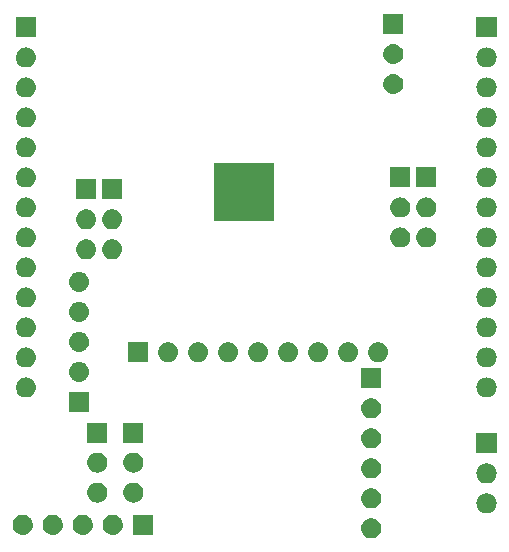
<source format=gbr>
G04 #@! TF.GenerationSoftware,KiCad,Pcbnew,(5.1.2)-1*
G04 #@! TF.CreationDate,2020-03-29T20:21:25+02:00*
G04 #@! TF.ProjectId,bobbycar,626f6262-7963-4617-922e-6b696361645f,rev?*
G04 #@! TF.SameCoordinates,Original*
G04 #@! TF.FileFunction,Soldermask,Bot*
G04 #@! TF.FilePolarity,Negative*
%FSLAX46Y46*%
G04 Gerber Fmt 4.6, Leading zero omitted, Abs format (unit mm)*
G04 Created by KiCad (PCBNEW (5.1.2)-1) date 2020-03-29 20:21:25*
%MOMM*%
%LPD*%
G04 APERTURE LIST*
%ADD10C,0.100000*%
G04 APERTURE END LIST*
D10*
G36*
X117400000Y-45800000D02*
G01*
X112400000Y-45800000D01*
X112400000Y-41000000D01*
X117400000Y-41000000D01*
X117400000Y-45800000D01*
G37*
X117400000Y-45800000D02*
X112400000Y-45800000D01*
X112400000Y-41000000D01*
X117400000Y-41000000D01*
X117400000Y-45800000D01*
G36*
X125916627Y-71062299D02*
G01*
X125996742Y-71086602D01*
X126076855Y-71110903D01*
X126076857Y-71110904D01*
X126224518Y-71189831D01*
X126353949Y-71296051D01*
X126460169Y-71425482D01*
X126539096Y-71573143D01*
X126587701Y-71733373D01*
X126604112Y-71900000D01*
X126587701Y-72066627D01*
X126587700Y-72066629D01*
X126546046Y-72203948D01*
X126539096Y-72226857D01*
X126460169Y-72374518D01*
X126353949Y-72503949D01*
X126224518Y-72610169D01*
X126076857Y-72689096D01*
X126076855Y-72689097D01*
X125996742Y-72713399D01*
X125916627Y-72737701D01*
X125791752Y-72750000D01*
X125708248Y-72750000D01*
X125583373Y-72737701D01*
X125503258Y-72713399D01*
X125423145Y-72689097D01*
X125423143Y-72689096D01*
X125275482Y-72610169D01*
X125146051Y-72503949D01*
X125039831Y-72374518D01*
X124960904Y-72226857D01*
X124953955Y-72203948D01*
X124912300Y-72066629D01*
X124912299Y-72066627D01*
X124895888Y-71900000D01*
X124912299Y-71733373D01*
X124960904Y-71573143D01*
X125039831Y-71425482D01*
X125146051Y-71296051D01*
X125275482Y-71189831D01*
X125423143Y-71110904D01*
X125423145Y-71110903D01*
X125503258Y-71086602D01*
X125583373Y-71062299D01*
X125708248Y-71050000D01*
X125791752Y-71050000D01*
X125916627Y-71062299D01*
X125916627Y-71062299D01*
G37*
G36*
X107250000Y-72450000D02*
G01*
X105550000Y-72450000D01*
X105550000Y-70750000D01*
X107250000Y-70750000D01*
X107250000Y-72450000D01*
X107250000Y-72450000D01*
G37*
G36*
X96406627Y-70762299D02*
G01*
X96486742Y-70786602D01*
X96566855Y-70810903D01*
X96566857Y-70810904D01*
X96714518Y-70889831D01*
X96843949Y-70996051D01*
X96898317Y-71062300D01*
X96950168Y-71125481D01*
X97029097Y-71273145D01*
X97053398Y-71353258D01*
X97077701Y-71433373D01*
X97094112Y-71600000D01*
X97077701Y-71766627D01*
X97029096Y-71926857D01*
X96950169Y-72074518D01*
X96843949Y-72203949D01*
X96714518Y-72310169D01*
X96594130Y-72374518D01*
X96566855Y-72389097D01*
X96486742Y-72413399D01*
X96406627Y-72437701D01*
X96281752Y-72450000D01*
X96198248Y-72450000D01*
X96073373Y-72437701D01*
X95993258Y-72413398D01*
X95913145Y-72389097D01*
X95885870Y-72374518D01*
X95765482Y-72310169D01*
X95636051Y-72203949D01*
X95529831Y-72074518D01*
X95450904Y-71926857D01*
X95402299Y-71766627D01*
X95385888Y-71600000D01*
X95402299Y-71433373D01*
X95426602Y-71353258D01*
X95450903Y-71273145D01*
X95529832Y-71125481D01*
X95581683Y-71062300D01*
X95636051Y-70996051D01*
X95765482Y-70889831D01*
X95913143Y-70810904D01*
X95913145Y-70810903D01*
X95993258Y-70786602D01*
X96073373Y-70762299D01*
X96198248Y-70750000D01*
X96281752Y-70750000D01*
X96406627Y-70762299D01*
X96406627Y-70762299D01*
G37*
G36*
X98946627Y-70762299D02*
G01*
X99026742Y-70786602D01*
X99106855Y-70810903D01*
X99106857Y-70810904D01*
X99254518Y-70889831D01*
X99383949Y-70996051D01*
X99438317Y-71062300D01*
X99490168Y-71125481D01*
X99569097Y-71273145D01*
X99593398Y-71353258D01*
X99617701Y-71433373D01*
X99634112Y-71600000D01*
X99617701Y-71766627D01*
X99569096Y-71926857D01*
X99490169Y-72074518D01*
X99383949Y-72203949D01*
X99254518Y-72310169D01*
X99134130Y-72374518D01*
X99106855Y-72389097D01*
X99026742Y-72413399D01*
X98946627Y-72437701D01*
X98821752Y-72450000D01*
X98738248Y-72450000D01*
X98613373Y-72437701D01*
X98533258Y-72413398D01*
X98453145Y-72389097D01*
X98425870Y-72374518D01*
X98305482Y-72310169D01*
X98176051Y-72203949D01*
X98069831Y-72074518D01*
X97990904Y-71926857D01*
X97942299Y-71766627D01*
X97925888Y-71600000D01*
X97942299Y-71433373D01*
X97966602Y-71353258D01*
X97990903Y-71273145D01*
X98069832Y-71125481D01*
X98121683Y-71062300D01*
X98176051Y-70996051D01*
X98305482Y-70889831D01*
X98453143Y-70810904D01*
X98453145Y-70810903D01*
X98533258Y-70786602D01*
X98613373Y-70762299D01*
X98738248Y-70750000D01*
X98821752Y-70750000D01*
X98946627Y-70762299D01*
X98946627Y-70762299D01*
G37*
G36*
X104026627Y-70762299D02*
G01*
X104106742Y-70786602D01*
X104186855Y-70810903D01*
X104186857Y-70810904D01*
X104334518Y-70889831D01*
X104463949Y-70996051D01*
X104518317Y-71062300D01*
X104570168Y-71125481D01*
X104649097Y-71273145D01*
X104673398Y-71353258D01*
X104697701Y-71433373D01*
X104714112Y-71600000D01*
X104697701Y-71766627D01*
X104649096Y-71926857D01*
X104570169Y-72074518D01*
X104463949Y-72203949D01*
X104334518Y-72310169D01*
X104214130Y-72374518D01*
X104186855Y-72389097D01*
X104106742Y-72413399D01*
X104026627Y-72437701D01*
X103901752Y-72450000D01*
X103818248Y-72450000D01*
X103693373Y-72437701D01*
X103613258Y-72413398D01*
X103533145Y-72389097D01*
X103505870Y-72374518D01*
X103385482Y-72310169D01*
X103256051Y-72203949D01*
X103149831Y-72074518D01*
X103070904Y-71926857D01*
X103022299Y-71766627D01*
X103005888Y-71600000D01*
X103022299Y-71433373D01*
X103046602Y-71353258D01*
X103070903Y-71273145D01*
X103149832Y-71125481D01*
X103201683Y-71062300D01*
X103256051Y-70996051D01*
X103385482Y-70889831D01*
X103533143Y-70810904D01*
X103533145Y-70810903D01*
X103613258Y-70786602D01*
X103693373Y-70762299D01*
X103818248Y-70750000D01*
X103901752Y-70750000D01*
X104026627Y-70762299D01*
X104026627Y-70762299D01*
G37*
G36*
X101486627Y-70762299D02*
G01*
X101566742Y-70786602D01*
X101646855Y-70810903D01*
X101646857Y-70810904D01*
X101794518Y-70889831D01*
X101923949Y-70996051D01*
X101978317Y-71062300D01*
X102030168Y-71125481D01*
X102109097Y-71273145D01*
X102133398Y-71353258D01*
X102157701Y-71433373D01*
X102174112Y-71600000D01*
X102157701Y-71766627D01*
X102109096Y-71926857D01*
X102030169Y-72074518D01*
X101923949Y-72203949D01*
X101794518Y-72310169D01*
X101674130Y-72374518D01*
X101646855Y-72389097D01*
X101566742Y-72413399D01*
X101486627Y-72437701D01*
X101361752Y-72450000D01*
X101278248Y-72450000D01*
X101153373Y-72437701D01*
X101073258Y-72413398D01*
X100993145Y-72389097D01*
X100965870Y-72374518D01*
X100845482Y-72310169D01*
X100716051Y-72203949D01*
X100609831Y-72074518D01*
X100530904Y-71926857D01*
X100482299Y-71766627D01*
X100465888Y-71600000D01*
X100482299Y-71433373D01*
X100506602Y-71353258D01*
X100530903Y-71273145D01*
X100609832Y-71125481D01*
X100661683Y-71062300D01*
X100716051Y-70996051D01*
X100845482Y-70889831D01*
X100993143Y-70810904D01*
X100993145Y-70810903D01*
X101073258Y-70786602D01*
X101153373Y-70762299D01*
X101278248Y-70750000D01*
X101361752Y-70750000D01*
X101486627Y-70762299D01*
X101486627Y-70762299D01*
G37*
G36*
X135666627Y-68952299D02*
G01*
X135746742Y-68976601D01*
X135826855Y-69000903D01*
X135826857Y-69000904D01*
X135974518Y-69079831D01*
X136103949Y-69186051D01*
X136210169Y-69315482D01*
X136289096Y-69463143D01*
X136289097Y-69463145D01*
X136308354Y-69526627D01*
X136337701Y-69623373D01*
X136354112Y-69790000D01*
X136337701Y-69956627D01*
X136289096Y-70116857D01*
X136210169Y-70264518D01*
X136103949Y-70393949D01*
X135974518Y-70500169D01*
X135826857Y-70579096D01*
X135826855Y-70579097D01*
X135746742Y-70603399D01*
X135666627Y-70627701D01*
X135541752Y-70640000D01*
X135458248Y-70640000D01*
X135333373Y-70627701D01*
X135253258Y-70603398D01*
X135173145Y-70579097D01*
X135173143Y-70579096D01*
X135025482Y-70500169D01*
X134896051Y-70393949D01*
X134789831Y-70264518D01*
X134710904Y-70116857D01*
X134662299Y-69956627D01*
X134645888Y-69790000D01*
X134662299Y-69623373D01*
X134691646Y-69526627D01*
X134710903Y-69463145D01*
X134710904Y-69463143D01*
X134789831Y-69315482D01*
X134896051Y-69186051D01*
X135025482Y-69079831D01*
X135173143Y-69000904D01*
X135173145Y-69000903D01*
X135253258Y-68976601D01*
X135333373Y-68952299D01*
X135458248Y-68940000D01*
X135541752Y-68940000D01*
X135666627Y-68952299D01*
X135666627Y-68952299D01*
G37*
G36*
X125916627Y-68522299D02*
G01*
X125996742Y-68546602D01*
X126076855Y-68570903D01*
X126076857Y-68570904D01*
X126224518Y-68649831D01*
X126353949Y-68756051D01*
X126460169Y-68885482D01*
X126495884Y-68952300D01*
X126539097Y-69033145D01*
X126543187Y-69046629D01*
X126587701Y-69193373D01*
X126604112Y-69360000D01*
X126587701Y-69526627D01*
X126587700Y-69526629D01*
X126544484Y-69669097D01*
X126539096Y-69686857D01*
X126460169Y-69834518D01*
X126353949Y-69963949D01*
X126224518Y-70070169D01*
X126076857Y-70149096D01*
X126076855Y-70149097D01*
X125996742Y-70173398D01*
X125916627Y-70197701D01*
X125791752Y-70210000D01*
X125708248Y-70210000D01*
X125583373Y-70197701D01*
X125503258Y-70173398D01*
X125423145Y-70149097D01*
X125423143Y-70149096D01*
X125275482Y-70070169D01*
X125146051Y-69963949D01*
X125039831Y-69834518D01*
X124960904Y-69686857D01*
X124955517Y-69669097D01*
X124912300Y-69526629D01*
X124912299Y-69526627D01*
X124895888Y-69360000D01*
X124912299Y-69193373D01*
X124956813Y-69046629D01*
X124960903Y-69033145D01*
X125004116Y-68952300D01*
X125039831Y-68885482D01*
X125146051Y-68756051D01*
X125275482Y-68649831D01*
X125423143Y-68570904D01*
X125423145Y-68570903D01*
X125503258Y-68546602D01*
X125583373Y-68522299D01*
X125708248Y-68510000D01*
X125791752Y-68510000D01*
X125916627Y-68522299D01*
X125916627Y-68522299D01*
G37*
G36*
X105766627Y-68042299D02*
G01*
X105846742Y-68066602D01*
X105926855Y-68090903D01*
X105926857Y-68090904D01*
X106074518Y-68169831D01*
X106203949Y-68276051D01*
X106310168Y-68405481D01*
X106389097Y-68553145D01*
X106394484Y-68570904D01*
X106437701Y-68713373D01*
X106454112Y-68880000D01*
X106437701Y-69046627D01*
X106427628Y-69079832D01*
X106393187Y-69193373D01*
X106389096Y-69206857D01*
X106310169Y-69354518D01*
X106203949Y-69483949D01*
X106074518Y-69590169D01*
X106012398Y-69623373D01*
X105926855Y-69669097D01*
X105868313Y-69686855D01*
X105766627Y-69717701D01*
X105641752Y-69730000D01*
X105558248Y-69730000D01*
X105433373Y-69717701D01*
X105331687Y-69686855D01*
X105273145Y-69669097D01*
X105187602Y-69623373D01*
X105125482Y-69590169D01*
X104996051Y-69483949D01*
X104889831Y-69354518D01*
X104810904Y-69206857D01*
X104806814Y-69193373D01*
X104772372Y-69079832D01*
X104762299Y-69046627D01*
X104745888Y-68880000D01*
X104762299Y-68713373D01*
X104805516Y-68570904D01*
X104810903Y-68553145D01*
X104889832Y-68405481D01*
X104996051Y-68276051D01*
X105125482Y-68169831D01*
X105273143Y-68090904D01*
X105273145Y-68090903D01*
X105353258Y-68066601D01*
X105433373Y-68042299D01*
X105558248Y-68030000D01*
X105641752Y-68030000D01*
X105766627Y-68042299D01*
X105766627Y-68042299D01*
G37*
G36*
X102716627Y-68042299D02*
G01*
X102796742Y-68066602D01*
X102876855Y-68090903D01*
X102876857Y-68090904D01*
X103024518Y-68169831D01*
X103153949Y-68276051D01*
X103260168Y-68405481D01*
X103339097Y-68553145D01*
X103344484Y-68570904D01*
X103387701Y-68713373D01*
X103404112Y-68880000D01*
X103387701Y-69046627D01*
X103377628Y-69079832D01*
X103343187Y-69193373D01*
X103339096Y-69206857D01*
X103260169Y-69354518D01*
X103153949Y-69483949D01*
X103024518Y-69590169D01*
X102962398Y-69623373D01*
X102876855Y-69669097D01*
X102818313Y-69686855D01*
X102716627Y-69717701D01*
X102591752Y-69730000D01*
X102508248Y-69730000D01*
X102383373Y-69717701D01*
X102281687Y-69686855D01*
X102223145Y-69669097D01*
X102137602Y-69623373D01*
X102075482Y-69590169D01*
X101946051Y-69483949D01*
X101839831Y-69354518D01*
X101760904Y-69206857D01*
X101756814Y-69193373D01*
X101722372Y-69079832D01*
X101712299Y-69046627D01*
X101695888Y-68880000D01*
X101712299Y-68713373D01*
X101755516Y-68570904D01*
X101760903Y-68553145D01*
X101839832Y-68405481D01*
X101946051Y-68276051D01*
X102075482Y-68169831D01*
X102223143Y-68090904D01*
X102223145Y-68090903D01*
X102303258Y-68066601D01*
X102383373Y-68042299D01*
X102508248Y-68030000D01*
X102591752Y-68030000D01*
X102716627Y-68042299D01*
X102716627Y-68042299D01*
G37*
G36*
X135666627Y-66412299D02*
G01*
X135746742Y-66436601D01*
X135826855Y-66460903D01*
X135826857Y-66460904D01*
X135974518Y-66539831D01*
X136103949Y-66646051D01*
X136210169Y-66775482D01*
X136289096Y-66923143D01*
X136289097Y-66923145D01*
X136308354Y-66986627D01*
X136337701Y-67083373D01*
X136354112Y-67250000D01*
X136337701Y-67416627D01*
X136289096Y-67576857D01*
X136210169Y-67724518D01*
X136103949Y-67853949D01*
X135974518Y-67960169D01*
X135843874Y-68030000D01*
X135826855Y-68039097D01*
X135746742Y-68063399D01*
X135666627Y-68087701D01*
X135541752Y-68100000D01*
X135458248Y-68100000D01*
X135333373Y-68087701D01*
X135253258Y-68063399D01*
X135173145Y-68039097D01*
X135156126Y-68030000D01*
X135025482Y-67960169D01*
X134896051Y-67853949D01*
X134789831Y-67724518D01*
X134710904Y-67576857D01*
X134662299Y-67416627D01*
X134645888Y-67250000D01*
X134662299Y-67083373D01*
X134691646Y-66986627D01*
X134710903Y-66923145D01*
X134710904Y-66923143D01*
X134789831Y-66775482D01*
X134896051Y-66646051D01*
X135025482Y-66539831D01*
X135173143Y-66460904D01*
X135173145Y-66460903D01*
X135253258Y-66436601D01*
X135333373Y-66412299D01*
X135458248Y-66400000D01*
X135541752Y-66400000D01*
X135666627Y-66412299D01*
X135666627Y-66412299D01*
G37*
G36*
X125916627Y-65982299D02*
G01*
X125996742Y-66006601D01*
X126076855Y-66030903D01*
X126076857Y-66030904D01*
X126224518Y-66109831D01*
X126353949Y-66216051D01*
X126460169Y-66345482D01*
X126495884Y-66412300D01*
X126539097Y-66493145D01*
X126543187Y-66506629D01*
X126587701Y-66653373D01*
X126604112Y-66820000D01*
X126587701Y-66986627D01*
X126587700Y-66986629D01*
X126544484Y-67129097D01*
X126539096Y-67146857D01*
X126460169Y-67294518D01*
X126353949Y-67423949D01*
X126224518Y-67530169D01*
X126076857Y-67609096D01*
X126076855Y-67609097D01*
X125996742Y-67633399D01*
X125916627Y-67657701D01*
X125791752Y-67670000D01*
X125708248Y-67670000D01*
X125583373Y-67657701D01*
X125503258Y-67633399D01*
X125423145Y-67609097D01*
X125423143Y-67609096D01*
X125275482Y-67530169D01*
X125146051Y-67423949D01*
X125039831Y-67294518D01*
X124960904Y-67146857D01*
X124955517Y-67129097D01*
X124912300Y-66986629D01*
X124912299Y-66986627D01*
X124895888Y-66820000D01*
X124912299Y-66653373D01*
X124956813Y-66506629D01*
X124960903Y-66493145D01*
X125004116Y-66412300D01*
X125039831Y-66345482D01*
X125146051Y-66216051D01*
X125275482Y-66109831D01*
X125423143Y-66030904D01*
X125423145Y-66030903D01*
X125503258Y-66006601D01*
X125583373Y-65982299D01*
X125708248Y-65970000D01*
X125791752Y-65970000D01*
X125916627Y-65982299D01*
X125916627Y-65982299D01*
G37*
G36*
X105766627Y-65502299D02*
G01*
X105846742Y-65526602D01*
X105926855Y-65550903D01*
X105926857Y-65550904D01*
X106074518Y-65629831D01*
X106203949Y-65736051D01*
X106310168Y-65865481D01*
X106389097Y-66013145D01*
X106394484Y-66030904D01*
X106437701Y-66173373D01*
X106454112Y-66340000D01*
X106437701Y-66506627D01*
X106427628Y-66539832D01*
X106393187Y-66653373D01*
X106389096Y-66666857D01*
X106310169Y-66814518D01*
X106203949Y-66943949D01*
X106074518Y-67050169D01*
X106012398Y-67083373D01*
X105926855Y-67129097D01*
X105868313Y-67146855D01*
X105766627Y-67177701D01*
X105641752Y-67190000D01*
X105558248Y-67190000D01*
X105433373Y-67177701D01*
X105331687Y-67146855D01*
X105273145Y-67129097D01*
X105187602Y-67083373D01*
X105125482Y-67050169D01*
X104996051Y-66943949D01*
X104889831Y-66814518D01*
X104810904Y-66666857D01*
X104806814Y-66653373D01*
X104772372Y-66539832D01*
X104762299Y-66506627D01*
X104745888Y-66340000D01*
X104762299Y-66173373D01*
X104805516Y-66030904D01*
X104810903Y-66013145D01*
X104889832Y-65865481D01*
X104996051Y-65736051D01*
X105125482Y-65629831D01*
X105273143Y-65550904D01*
X105273145Y-65550903D01*
X105353258Y-65526601D01*
X105433373Y-65502299D01*
X105558248Y-65490000D01*
X105641752Y-65490000D01*
X105766627Y-65502299D01*
X105766627Y-65502299D01*
G37*
G36*
X102716627Y-65502299D02*
G01*
X102796742Y-65526602D01*
X102876855Y-65550903D01*
X102876857Y-65550904D01*
X103024518Y-65629831D01*
X103153949Y-65736051D01*
X103260168Y-65865481D01*
X103339097Y-66013145D01*
X103344484Y-66030904D01*
X103387701Y-66173373D01*
X103404112Y-66340000D01*
X103387701Y-66506627D01*
X103377628Y-66539832D01*
X103343187Y-66653373D01*
X103339096Y-66666857D01*
X103260169Y-66814518D01*
X103153949Y-66943949D01*
X103024518Y-67050169D01*
X102962398Y-67083373D01*
X102876855Y-67129097D01*
X102818313Y-67146855D01*
X102716627Y-67177701D01*
X102591752Y-67190000D01*
X102508248Y-67190000D01*
X102383373Y-67177701D01*
X102281687Y-67146855D01*
X102223145Y-67129097D01*
X102137602Y-67083373D01*
X102075482Y-67050169D01*
X101946051Y-66943949D01*
X101839831Y-66814518D01*
X101760904Y-66666857D01*
X101756814Y-66653373D01*
X101722372Y-66539832D01*
X101712299Y-66506627D01*
X101695888Y-66340000D01*
X101712299Y-66173373D01*
X101755516Y-66030904D01*
X101760903Y-66013145D01*
X101839832Y-65865481D01*
X101946051Y-65736051D01*
X102075482Y-65629831D01*
X102223143Y-65550904D01*
X102223145Y-65550903D01*
X102303258Y-65526601D01*
X102383373Y-65502299D01*
X102508248Y-65490000D01*
X102591752Y-65490000D01*
X102716627Y-65502299D01*
X102716627Y-65502299D01*
G37*
G36*
X136350000Y-65560000D02*
G01*
X134650000Y-65560000D01*
X134650000Y-63860000D01*
X136350000Y-63860000D01*
X136350000Y-65560000D01*
X136350000Y-65560000D01*
G37*
G36*
X125916627Y-63442299D02*
G01*
X125996742Y-63466601D01*
X126076855Y-63490903D01*
X126076857Y-63490904D01*
X126224518Y-63569831D01*
X126353949Y-63676051D01*
X126460169Y-63805482D01*
X126539096Y-63953143D01*
X126587701Y-64113373D01*
X126604112Y-64280000D01*
X126587701Y-64446627D01*
X126539096Y-64606857D01*
X126460169Y-64754518D01*
X126353949Y-64883949D01*
X126224518Y-64990169D01*
X126076857Y-65069096D01*
X126076855Y-65069097D01*
X125996742Y-65093399D01*
X125916627Y-65117701D01*
X125791752Y-65130000D01*
X125708248Y-65130000D01*
X125583373Y-65117701D01*
X125503258Y-65093398D01*
X125423145Y-65069097D01*
X125423143Y-65069096D01*
X125275482Y-64990169D01*
X125146051Y-64883949D01*
X125039831Y-64754518D01*
X124960904Y-64606857D01*
X124912299Y-64446627D01*
X124895888Y-64280000D01*
X124912299Y-64113373D01*
X124960904Y-63953143D01*
X125039831Y-63805482D01*
X125146051Y-63676051D01*
X125275482Y-63569831D01*
X125423143Y-63490904D01*
X125423145Y-63490903D01*
X125503258Y-63466602D01*
X125583373Y-63442299D01*
X125708248Y-63430000D01*
X125791752Y-63430000D01*
X125916627Y-63442299D01*
X125916627Y-63442299D01*
G37*
G36*
X106450000Y-64650000D02*
G01*
X104750000Y-64650000D01*
X104750000Y-62950000D01*
X106450000Y-62950000D01*
X106450000Y-64650000D01*
X106450000Y-64650000D01*
G37*
G36*
X103400000Y-64650000D02*
G01*
X101700000Y-64650000D01*
X101700000Y-62950000D01*
X103400000Y-62950000D01*
X103400000Y-64650000D01*
X103400000Y-64650000D01*
G37*
G36*
X125916627Y-60902299D02*
G01*
X125996742Y-60926601D01*
X126076855Y-60950903D01*
X126076857Y-60950904D01*
X126224518Y-61029831D01*
X126353949Y-61136051D01*
X126460169Y-61265482D01*
X126539096Y-61413143D01*
X126587701Y-61573373D01*
X126604112Y-61740000D01*
X126587701Y-61906627D01*
X126587700Y-61906629D01*
X126544210Y-62050000D01*
X126539096Y-62066857D01*
X126460169Y-62214518D01*
X126353949Y-62343949D01*
X126224518Y-62450169D01*
X126076857Y-62529096D01*
X126076855Y-62529097D01*
X125996742Y-62553398D01*
X125916627Y-62577701D01*
X125791752Y-62590000D01*
X125708248Y-62590000D01*
X125583373Y-62577701D01*
X125503258Y-62553399D01*
X125423145Y-62529097D01*
X125423143Y-62529096D01*
X125275482Y-62450169D01*
X125146051Y-62343949D01*
X125039831Y-62214518D01*
X124960904Y-62066857D01*
X124955791Y-62050000D01*
X124912300Y-61906629D01*
X124912299Y-61906627D01*
X124895888Y-61740000D01*
X124912299Y-61573373D01*
X124960904Y-61413143D01*
X125039831Y-61265482D01*
X125146051Y-61136051D01*
X125275482Y-61029831D01*
X125423143Y-60950904D01*
X125423145Y-60950903D01*
X125503258Y-60926601D01*
X125583373Y-60902299D01*
X125708248Y-60890000D01*
X125791752Y-60890000D01*
X125916627Y-60902299D01*
X125916627Y-60902299D01*
G37*
G36*
X101850000Y-62050000D02*
G01*
X100150000Y-62050000D01*
X100150000Y-60350000D01*
X101850000Y-60350000D01*
X101850000Y-62050000D01*
X101850000Y-62050000D01*
G37*
G36*
X96666627Y-59142299D02*
G01*
X96746742Y-59166602D01*
X96826855Y-59190903D01*
X96826857Y-59190904D01*
X96974518Y-59269831D01*
X97103949Y-59376051D01*
X97210169Y-59505482D01*
X97289096Y-59653143D01*
X97337701Y-59813373D01*
X97354112Y-59980000D01*
X97337701Y-60146627D01*
X97289096Y-60306857D01*
X97210169Y-60454518D01*
X97103949Y-60583949D01*
X96974518Y-60690169D01*
X96826857Y-60769096D01*
X96826855Y-60769097D01*
X96746742Y-60793399D01*
X96666627Y-60817701D01*
X96541752Y-60830000D01*
X96458248Y-60830000D01*
X96333373Y-60817701D01*
X96253258Y-60793399D01*
X96173145Y-60769097D01*
X96173143Y-60769096D01*
X96025482Y-60690169D01*
X95896051Y-60583949D01*
X95789831Y-60454518D01*
X95710904Y-60306857D01*
X95662299Y-60146627D01*
X95645888Y-59980000D01*
X95662299Y-59813373D01*
X95710904Y-59653143D01*
X95789831Y-59505482D01*
X95896051Y-59376051D01*
X96025482Y-59269831D01*
X96173143Y-59190904D01*
X96173145Y-59190903D01*
X96253258Y-59166602D01*
X96333373Y-59142299D01*
X96458248Y-59130000D01*
X96541752Y-59130000D01*
X96666627Y-59142299D01*
X96666627Y-59142299D01*
G37*
G36*
X135666627Y-59142299D02*
G01*
X135746742Y-59166602D01*
X135826855Y-59190903D01*
X135826857Y-59190904D01*
X135974518Y-59269831D01*
X136103949Y-59376051D01*
X136210169Y-59505482D01*
X136289096Y-59653143D01*
X136337701Y-59813373D01*
X136354112Y-59980000D01*
X136337701Y-60146627D01*
X136289096Y-60306857D01*
X136210169Y-60454518D01*
X136103949Y-60583949D01*
X135974518Y-60690169D01*
X135826857Y-60769096D01*
X135826855Y-60769097D01*
X135746742Y-60793399D01*
X135666627Y-60817701D01*
X135541752Y-60830000D01*
X135458248Y-60830000D01*
X135333373Y-60817701D01*
X135253258Y-60793399D01*
X135173145Y-60769097D01*
X135173143Y-60769096D01*
X135025482Y-60690169D01*
X134896051Y-60583949D01*
X134789831Y-60454518D01*
X134710904Y-60306857D01*
X134662299Y-60146627D01*
X134645888Y-59980000D01*
X134662299Y-59813373D01*
X134710904Y-59653143D01*
X134789831Y-59505482D01*
X134896051Y-59376051D01*
X135025482Y-59269831D01*
X135173143Y-59190904D01*
X135173145Y-59190903D01*
X135253258Y-59166602D01*
X135333373Y-59142299D01*
X135458248Y-59130000D01*
X135541752Y-59130000D01*
X135666627Y-59142299D01*
X135666627Y-59142299D01*
G37*
G36*
X126600000Y-60050000D02*
G01*
X124900000Y-60050000D01*
X124900000Y-58350000D01*
X126600000Y-58350000D01*
X126600000Y-60050000D01*
X126600000Y-60050000D01*
G37*
G36*
X101166627Y-57822299D02*
G01*
X101246742Y-57846601D01*
X101326855Y-57870903D01*
X101326857Y-57870904D01*
X101474518Y-57949831D01*
X101603949Y-58056051D01*
X101710168Y-58185481D01*
X101789097Y-58333145D01*
X101813399Y-58413258D01*
X101837701Y-58493373D01*
X101854112Y-58660000D01*
X101837701Y-58826627D01*
X101789096Y-58986857D01*
X101710169Y-59134518D01*
X101603949Y-59263949D01*
X101474518Y-59370169D01*
X101326857Y-59449096D01*
X101326855Y-59449097D01*
X101246742Y-59473399D01*
X101166627Y-59497701D01*
X101041752Y-59510000D01*
X100958248Y-59510000D01*
X100833373Y-59497701D01*
X100753258Y-59473399D01*
X100673145Y-59449097D01*
X100673143Y-59449096D01*
X100525482Y-59370169D01*
X100396051Y-59263949D01*
X100289831Y-59134518D01*
X100210904Y-58986857D01*
X100162299Y-58826627D01*
X100145888Y-58660000D01*
X100162299Y-58493373D01*
X100186601Y-58413258D01*
X100210903Y-58333145D01*
X100289832Y-58185481D01*
X100396051Y-58056051D01*
X100525482Y-57949831D01*
X100673143Y-57870904D01*
X100673145Y-57870903D01*
X100753258Y-57846601D01*
X100833373Y-57822299D01*
X100958248Y-57810000D01*
X101041752Y-57810000D01*
X101166627Y-57822299D01*
X101166627Y-57822299D01*
G37*
G36*
X96666627Y-56602299D02*
G01*
X96746742Y-56626601D01*
X96826855Y-56650903D01*
X96826857Y-56650904D01*
X96974518Y-56729831D01*
X97103949Y-56836051D01*
X97210169Y-56965482D01*
X97289096Y-57113143D01*
X97337701Y-57273373D01*
X97354112Y-57440000D01*
X97337701Y-57606627D01*
X97289096Y-57766857D01*
X97210169Y-57914518D01*
X97103949Y-58043949D01*
X96974518Y-58150169D01*
X96908454Y-58185481D01*
X96826855Y-58229097D01*
X96746742Y-58253398D01*
X96666627Y-58277701D01*
X96541752Y-58290000D01*
X96458248Y-58290000D01*
X96333373Y-58277701D01*
X96253258Y-58253398D01*
X96173145Y-58229097D01*
X96091546Y-58185481D01*
X96025482Y-58150169D01*
X95896051Y-58043949D01*
X95789831Y-57914518D01*
X95710904Y-57766857D01*
X95662299Y-57606627D01*
X95645888Y-57440000D01*
X95662299Y-57273373D01*
X95710904Y-57113143D01*
X95789831Y-56965482D01*
X95896051Y-56836051D01*
X96025482Y-56729831D01*
X96173143Y-56650904D01*
X96173145Y-56650903D01*
X96253258Y-56626601D01*
X96333373Y-56602299D01*
X96458248Y-56590000D01*
X96541752Y-56590000D01*
X96666627Y-56602299D01*
X96666627Y-56602299D01*
G37*
G36*
X135666627Y-56602299D02*
G01*
X135746742Y-56626601D01*
X135826855Y-56650903D01*
X135826857Y-56650904D01*
X135974518Y-56729831D01*
X136103949Y-56836051D01*
X136210169Y-56965482D01*
X136289096Y-57113143D01*
X136337701Y-57273373D01*
X136354112Y-57440000D01*
X136337701Y-57606627D01*
X136289096Y-57766857D01*
X136210169Y-57914518D01*
X136103949Y-58043949D01*
X135974518Y-58150169D01*
X135908454Y-58185481D01*
X135826855Y-58229097D01*
X135746742Y-58253398D01*
X135666627Y-58277701D01*
X135541752Y-58290000D01*
X135458248Y-58290000D01*
X135333373Y-58277701D01*
X135253258Y-58253398D01*
X135173145Y-58229097D01*
X135091546Y-58185481D01*
X135025482Y-58150169D01*
X134896051Y-58043949D01*
X134789831Y-57914518D01*
X134710904Y-57766857D01*
X134662299Y-57606627D01*
X134645888Y-57440000D01*
X134662299Y-57273373D01*
X134710904Y-57113143D01*
X134789831Y-56965482D01*
X134896051Y-56836051D01*
X135025482Y-56729831D01*
X135173143Y-56650904D01*
X135173145Y-56650903D01*
X135253258Y-56626601D01*
X135333373Y-56602299D01*
X135458248Y-56590000D01*
X135541752Y-56590000D01*
X135666627Y-56602299D01*
X135666627Y-56602299D01*
G37*
G36*
X126486627Y-56162299D02*
G01*
X126566742Y-56186601D01*
X126646855Y-56210903D01*
X126646857Y-56210904D01*
X126794518Y-56289831D01*
X126923949Y-56396051D01*
X127030169Y-56525482D01*
X127067070Y-56594519D01*
X127109097Y-56673145D01*
X127124508Y-56723949D01*
X127157701Y-56833373D01*
X127174112Y-57000000D01*
X127157701Y-57166627D01*
X127109096Y-57326857D01*
X127030169Y-57474518D01*
X126923949Y-57603949D01*
X126794518Y-57710169D01*
X126688463Y-57766857D01*
X126646855Y-57789097D01*
X126566742Y-57813398D01*
X126486627Y-57837701D01*
X126361752Y-57850000D01*
X126278248Y-57850000D01*
X126153373Y-57837701D01*
X126073258Y-57813399D01*
X125993145Y-57789097D01*
X125951537Y-57766857D01*
X125845482Y-57710169D01*
X125716051Y-57603949D01*
X125609831Y-57474518D01*
X125530904Y-57326857D01*
X125482299Y-57166627D01*
X125465888Y-57000000D01*
X125482299Y-56833373D01*
X125515492Y-56723949D01*
X125530903Y-56673145D01*
X125572930Y-56594519D01*
X125609831Y-56525482D01*
X125716051Y-56396051D01*
X125845482Y-56289831D01*
X125993143Y-56210904D01*
X125993145Y-56210903D01*
X126073258Y-56186601D01*
X126153373Y-56162299D01*
X126278248Y-56150000D01*
X126361752Y-56150000D01*
X126486627Y-56162299D01*
X126486627Y-56162299D01*
G37*
G36*
X123946627Y-56162299D02*
G01*
X124026742Y-56186601D01*
X124106855Y-56210903D01*
X124106857Y-56210904D01*
X124254518Y-56289831D01*
X124383949Y-56396051D01*
X124490169Y-56525482D01*
X124527070Y-56594519D01*
X124569097Y-56673145D01*
X124584508Y-56723949D01*
X124617701Y-56833373D01*
X124634112Y-57000000D01*
X124617701Y-57166627D01*
X124569096Y-57326857D01*
X124490169Y-57474518D01*
X124383949Y-57603949D01*
X124254518Y-57710169D01*
X124148463Y-57766857D01*
X124106855Y-57789097D01*
X124026742Y-57813398D01*
X123946627Y-57837701D01*
X123821752Y-57850000D01*
X123738248Y-57850000D01*
X123613373Y-57837701D01*
X123533258Y-57813399D01*
X123453145Y-57789097D01*
X123411537Y-57766857D01*
X123305482Y-57710169D01*
X123176051Y-57603949D01*
X123069831Y-57474518D01*
X122990904Y-57326857D01*
X122942299Y-57166627D01*
X122925888Y-57000000D01*
X122942299Y-56833373D01*
X122975492Y-56723949D01*
X122990903Y-56673145D01*
X123032930Y-56594519D01*
X123069831Y-56525482D01*
X123176051Y-56396051D01*
X123305482Y-56289831D01*
X123453143Y-56210904D01*
X123453145Y-56210903D01*
X123533258Y-56186601D01*
X123613373Y-56162299D01*
X123738248Y-56150000D01*
X123821752Y-56150000D01*
X123946627Y-56162299D01*
X123946627Y-56162299D01*
G37*
G36*
X121406627Y-56162299D02*
G01*
X121486742Y-56186601D01*
X121566855Y-56210903D01*
X121566857Y-56210904D01*
X121714518Y-56289831D01*
X121843949Y-56396051D01*
X121950169Y-56525482D01*
X121987070Y-56594519D01*
X122029097Y-56673145D01*
X122044508Y-56723949D01*
X122077701Y-56833373D01*
X122094112Y-57000000D01*
X122077701Y-57166627D01*
X122029096Y-57326857D01*
X121950169Y-57474518D01*
X121843949Y-57603949D01*
X121714518Y-57710169D01*
X121608463Y-57766857D01*
X121566855Y-57789097D01*
X121486742Y-57813398D01*
X121406627Y-57837701D01*
X121281752Y-57850000D01*
X121198248Y-57850000D01*
X121073373Y-57837701D01*
X120993258Y-57813399D01*
X120913145Y-57789097D01*
X120871537Y-57766857D01*
X120765482Y-57710169D01*
X120636051Y-57603949D01*
X120529831Y-57474518D01*
X120450904Y-57326857D01*
X120402299Y-57166627D01*
X120385888Y-57000000D01*
X120402299Y-56833373D01*
X120435492Y-56723949D01*
X120450903Y-56673145D01*
X120492930Y-56594519D01*
X120529831Y-56525482D01*
X120636051Y-56396051D01*
X120765482Y-56289831D01*
X120913143Y-56210904D01*
X120913145Y-56210903D01*
X120993258Y-56186601D01*
X121073373Y-56162299D01*
X121198248Y-56150000D01*
X121281752Y-56150000D01*
X121406627Y-56162299D01*
X121406627Y-56162299D01*
G37*
G36*
X113786627Y-56162299D02*
G01*
X113866742Y-56186601D01*
X113946855Y-56210903D01*
X113946857Y-56210904D01*
X114094518Y-56289831D01*
X114223949Y-56396051D01*
X114330169Y-56525482D01*
X114367070Y-56594519D01*
X114409097Y-56673145D01*
X114424508Y-56723949D01*
X114457701Y-56833373D01*
X114474112Y-57000000D01*
X114457701Y-57166627D01*
X114409096Y-57326857D01*
X114330169Y-57474518D01*
X114223949Y-57603949D01*
X114094518Y-57710169D01*
X113988463Y-57766857D01*
X113946855Y-57789097D01*
X113866742Y-57813398D01*
X113786627Y-57837701D01*
X113661752Y-57850000D01*
X113578248Y-57850000D01*
X113453373Y-57837701D01*
X113373258Y-57813399D01*
X113293145Y-57789097D01*
X113251537Y-57766857D01*
X113145482Y-57710169D01*
X113016051Y-57603949D01*
X112909831Y-57474518D01*
X112830904Y-57326857D01*
X112782299Y-57166627D01*
X112765888Y-57000000D01*
X112782299Y-56833373D01*
X112815492Y-56723949D01*
X112830903Y-56673145D01*
X112872930Y-56594519D01*
X112909831Y-56525482D01*
X113016051Y-56396051D01*
X113145482Y-56289831D01*
X113293143Y-56210904D01*
X113293145Y-56210903D01*
X113373258Y-56186601D01*
X113453373Y-56162299D01*
X113578248Y-56150000D01*
X113661752Y-56150000D01*
X113786627Y-56162299D01*
X113786627Y-56162299D01*
G37*
G36*
X118866627Y-56162299D02*
G01*
X118946742Y-56186601D01*
X119026855Y-56210903D01*
X119026857Y-56210904D01*
X119174518Y-56289831D01*
X119303949Y-56396051D01*
X119410169Y-56525482D01*
X119447070Y-56594519D01*
X119489097Y-56673145D01*
X119504508Y-56723949D01*
X119537701Y-56833373D01*
X119554112Y-57000000D01*
X119537701Y-57166627D01*
X119489096Y-57326857D01*
X119410169Y-57474518D01*
X119303949Y-57603949D01*
X119174518Y-57710169D01*
X119068463Y-57766857D01*
X119026855Y-57789097D01*
X118946742Y-57813398D01*
X118866627Y-57837701D01*
X118741752Y-57850000D01*
X118658248Y-57850000D01*
X118533373Y-57837701D01*
X118453258Y-57813399D01*
X118373145Y-57789097D01*
X118331537Y-57766857D01*
X118225482Y-57710169D01*
X118096051Y-57603949D01*
X117989831Y-57474518D01*
X117910904Y-57326857D01*
X117862299Y-57166627D01*
X117845888Y-57000000D01*
X117862299Y-56833373D01*
X117895492Y-56723949D01*
X117910903Y-56673145D01*
X117952930Y-56594519D01*
X117989831Y-56525482D01*
X118096051Y-56396051D01*
X118225482Y-56289831D01*
X118373143Y-56210904D01*
X118373145Y-56210903D01*
X118453258Y-56186601D01*
X118533373Y-56162299D01*
X118658248Y-56150000D01*
X118741752Y-56150000D01*
X118866627Y-56162299D01*
X118866627Y-56162299D01*
G37*
G36*
X116326627Y-56162299D02*
G01*
X116406742Y-56186601D01*
X116486855Y-56210903D01*
X116486857Y-56210904D01*
X116634518Y-56289831D01*
X116763949Y-56396051D01*
X116870169Y-56525482D01*
X116907070Y-56594519D01*
X116949097Y-56673145D01*
X116964508Y-56723949D01*
X116997701Y-56833373D01*
X117014112Y-57000000D01*
X116997701Y-57166627D01*
X116949096Y-57326857D01*
X116870169Y-57474518D01*
X116763949Y-57603949D01*
X116634518Y-57710169D01*
X116528463Y-57766857D01*
X116486855Y-57789097D01*
X116406742Y-57813398D01*
X116326627Y-57837701D01*
X116201752Y-57850000D01*
X116118248Y-57850000D01*
X115993373Y-57837701D01*
X115913258Y-57813399D01*
X115833145Y-57789097D01*
X115791537Y-57766857D01*
X115685482Y-57710169D01*
X115556051Y-57603949D01*
X115449831Y-57474518D01*
X115370904Y-57326857D01*
X115322299Y-57166627D01*
X115305888Y-57000000D01*
X115322299Y-56833373D01*
X115355492Y-56723949D01*
X115370903Y-56673145D01*
X115412930Y-56594519D01*
X115449831Y-56525482D01*
X115556051Y-56396051D01*
X115685482Y-56289831D01*
X115833143Y-56210904D01*
X115833145Y-56210903D01*
X115913258Y-56186601D01*
X115993373Y-56162299D01*
X116118248Y-56150000D01*
X116201752Y-56150000D01*
X116326627Y-56162299D01*
X116326627Y-56162299D01*
G37*
G36*
X111246627Y-56162299D02*
G01*
X111326742Y-56186601D01*
X111406855Y-56210903D01*
X111406857Y-56210904D01*
X111554518Y-56289831D01*
X111683949Y-56396051D01*
X111790169Y-56525482D01*
X111827070Y-56594519D01*
X111869097Y-56673145D01*
X111884508Y-56723949D01*
X111917701Y-56833373D01*
X111934112Y-57000000D01*
X111917701Y-57166627D01*
X111869096Y-57326857D01*
X111790169Y-57474518D01*
X111683949Y-57603949D01*
X111554518Y-57710169D01*
X111448463Y-57766857D01*
X111406855Y-57789097D01*
X111326742Y-57813398D01*
X111246627Y-57837701D01*
X111121752Y-57850000D01*
X111038248Y-57850000D01*
X110913373Y-57837701D01*
X110833258Y-57813399D01*
X110753145Y-57789097D01*
X110711537Y-57766857D01*
X110605482Y-57710169D01*
X110476051Y-57603949D01*
X110369831Y-57474518D01*
X110290904Y-57326857D01*
X110242299Y-57166627D01*
X110225888Y-57000000D01*
X110242299Y-56833373D01*
X110275492Y-56723949D01*
X110290903Y-56673145D01*
X110332930Y-56594519D01*
X110369831Y-56525482D01*
X110476051Y-56396051D01*
X110605482Y-56289831D01*
X110753143Y-56210904D01*
X110753145Y-56210903D01*
X110833258Y-56186601D01*
X110913373Y-56162299D01*
X111038248Y-56150000D01*
X111121752Y-56150000D01*
X111246627Y-56162299D01*
X111246627Y-56162299D01*
G37*
G36*
X108706627Y-56162299D02*
G01*
X108786742Y-56186601D01*
X108866855Y-56210903D01*
X108866857Y-56210904D01*
X109014518Y-56289831D01*
X109143949Y-56396051D01*
X109250169Y-56525482D01*
X109287070Y-56594519D01*
X109329097Y-56673145D01*
X109344508Y-56723949D01*
X109377701Y-56833373D01*
X109394112Y-57000000D01*
X109377701Y-57166627D01*
X109329096Y-57326857D01*
X109250169Y-57474518D01*
X109143949Y-57603949D01*
X109014518Y-57710169D01*
X108908463Y-57766857D01*
X108866855Y-57789097D01*
X108786742Y-57813398D01*
X108706627Y-57837701D01*
X108581752Y-57850000D01*
X108498248Y-57850000D01*
X108373373Y-57837701D01*
X108293258Y-57813399D01*
X108213145Y-57789097D01*
X108171537Y-57766857D01*
X108065482Y-57710169D01*
X107936051Y-57603949D01*
X107829831Y-57474518D01*
X107750904Y-57326857D01*
X107702299Y-57166627D01*
X107685888Y-57000000D01*
X107702299Y-56833373D01*
X107735492Y-56723949D01*
X107750903Y-56673145D01*
X107792930Y-56594519D01*
X107829831Y-56525482D01*
X107936051Y-56396051D01*
X108065482Y-56289831D01*
X108213143Y-56210904D01*
X108213145Y-56210903D01*
X108293258Y-56186601D01*
X108373373Y-56162299D01*
X108498248Y-56150000D01*
X108581752Y-56150000D01*
X108706627Y-56162299D01*
X108706627Y-56162299D01*
G37*
G36*
X106850000Y-57850000D02*
G01*
X105150000Y-57850000D01*
X105150000Y-56150000D01*
X106850000Y-56150000D01*
X106850000Y-57850000D01*
X106850000Y-57850000D01*
G37*
G36*
X101166627Y-55282299D02*
G01*
X101246742Y-55306602D01*
X101326855Y-55330903D01*
X101326857Y-55330904D01*
X101474518Y-55409831D01*
X101603949Y-55516051D01*
X101710169Y-55645482D01*
X101789096Y-55793143D01*
X101837701Y-55953373D01*
X101854112Y-56120000D01*
X101837701Y-56286627D01*
X101813398Y-56366742D01*
X101804508Y-56396052D01*
X101789096Y-56446857D01*
X101710169Y-56594518D01*
X101603949Y-56723949D01*
X101474518Y-56830169D01*
X101326857Y-56909096D01*
X101326855Y-56909097D01*
X101246742Y-56933398D01*
X101166627Y-56957701D01*
X101041752Y-56970000D01*
X100958248Y-56970000D01*
X100833373Y-56957701D01*
X100753258Y-56933398D01*
X100673145Y-56909097D01*
X100673143Y-56909096D01*
X100525482Y-56830169D01*
X100396051Y-56723949D01*
X100289831Y-56594518D01*
X100210904Y-56446857D01*
X100195493Y-56396052D01*
X100186602Y-56366742D01*
X100162299Y-56286627D01*
X100145888Y-56120000D01*
X100162299Y-55953373D01*
X100210904Y-55793143D01*
X100289831Y-55645482D01*
X100396051Y-55516051D01*
X100525482Y-55409831D01*
X100673143Y-55330904D01*
X100673145Y-55330903D01*
X100753258Y-55306602D01*
X100833373Y-55282299D01*
X100958248Y-55270000D01*
X101041752Y-55270000D01*
X101166627Y-55282299D01*
X101166627Y-55282299D01*
G37*
G36*
X96666627Y-54062299D02*
G01*
X96746742Y-54086602D01*
X96826855Y-54110903D01*
X96826857Y-54110904D01*
X96974518Y-54189831D01*
X97103949Y-54296051D01*
X97210169Y-54425482D01*
X97289096Y-54573143D01*
X97337701Y-54733373D01*
X97354112Y-54900000D01*
X97337701Y-55066627D01*
X97289096Y-55226857D01*
X97210169Y-55374518D01*
X97103949Y-55503949D01*
X96974518Y-55610169D01*
X96908454Y-55645481D01*
X96826855Y-55689097D01*
X96746742Y-55713399D01*
X96666627Y-55737701D01*
X96541752Y-55750000D01*
X96458248Y-55750000D01*
X96333373Y-55737701D01*
X96253258Y-55713398D01*
X96173145Y-55689097D01*
X96091546Y-55645481D01*
X96025482Y-55610169D01*
X95896051Y-55503949D01*
X95789831Y-55374518D01*
X95710904Y-55226857D01*
X95662299Y-55066627D01*
X95645888Y-54900000D01*
X95662299Y-54733373D01*
X95710904Y-54573143D01*
X95789831Y-54425482D01*
X95896051Y-54296051D01*
X96025482Y-54189831D01*
X96173143Y-54110904D01*
X96173145Y-54110903D01*
X96253258Y-54086601D01*
X96333373Y-54062299D01*
X96458248Y-54050000D01*
X96541752Y-54050000D01*
X96666627Y-54062299D01*
X96666627Y-54062299D01*
G37*
G36*
X135666627Y-54062299D02*
G01*
X135746742Y-54086602D01*
X135826855Y-54110903D01*
X135826857Y-54110904D01*
X135974518Y-54189831D01*
X136103949Y-54296051D01*
X136210169Y-54425482D01*
X136289096Y-54573143D01*
X136337701Y-54733373D01*
X136354112Y-54900000D01*
X136337701Y-55066627D01*
X136289096Y-55226857D01*
X136210169Y-55374518D01*
X136103949Y-55503949D01*
X135974518Y-55610169D01*
X135908454Y-55645481D01*
X135826855Y-55689097D01*
X135746742Y-55713399D01*
X135666627Y-55737701D01*
X135541752Y-55750000D01*
X135458248Y-55750000D01*
X135333373Y-55737701D01*
X135253258Y-55713398D01*
X135173145Y-55689097D01*
X135091546Y-55645481D01*
X135025482Y-55610169D01*
X134896051Y-55503949D01*
X134789831Y-55374518D01*
X134710904Y-55226857D01*
X134662299Y-55066627D01*
X134645888Y-54900000D01*
X134662299Y-54733373D01*
X134710904Y-54573143D01*
X134789831Y-54425482D01*
X134896051Y-54296051D01*
X135025482Y-54189831D01*
X135173143Y-54110904D01*
X135173145Y-54110903D01*
X135253258Y-54086601D01*
X135333373Y-54062299D01*
X135458248Y-54050000D01*
X135541752Y-54050000D01*
X135666627Y-54062299D01*
X135666627Y-54062299D01*
G37*
G36*
X101166627Y-52742299D02*
G01*
X101246742Y-52766601D01*
X101326855Y-52790903D01*
X101326857Y-52790904D01*
X101474518Y-52869831D01*
X101603949Y-52976051D01*
X101710169Y-53105482D01*
X101789096Y-53253143D01*
X101837701Y-53413373D01*
X101854112Y-53580000D01*
X101837701Y-53746627D01*
X101789096Y-53906857D01*
X101710169Y-54054518D01*
X101603949Y-54183949D01*
X101474518Y-54290169D01*
X101326857Y-54369096D01*
X101326855Y-54369097D01*
X101246742Y-54393398D01*
X101166627Y-54417701D01*
X101041752Y-54430000D01*
X100958248Y-54430000D01*
X100833373Y-54417701D01*
X100753258Y-54393399D01*
X100673145Y-54369097D01*
X100673143Y-54369096D01*
X100525482Y-54290169D01*
X100396051Y-54183949D01*
X100289831Y-54054518D01*
X100210904Y-53906857D01*
X100162299Y-53746627D01*
X100145888Y-53580000D01*
X100162299Y-53413373D01*
X100210904Y-53253143D01*
X100289831Y-53105482D01*
X100396051Y-52976051D01*
X100525482Y-52869831D01*
X100673143Y-52790904D01*
X100673145Y-52790903D01*
X100753258Y-52766601D01*
X100833373Y-52742299D01*
X100958248Y-52730000D01*
X101041752Y-52730000D01*
X101166627Y-52742299D01*
X101166627Y-52742299D01*
G37*
G36*
X96666627Y-51522299D02*
G01*
X96746742Y-51546602D01*
X96826855Y-51570903D01*
X96826857Y-51570904D01*
X96974518Y-51649831D01*
X97103949Y-51756051D01*
X97210169Y-51885482D01*
X97289096Y-52033143D01*
X97337701Y-52193373D01*
X97354112Y-52360000D01*
X97337701Y-52526627D01*
X97289096Y-52686857D01*
X97210169Y-52834518D01*
X97103949Y-52963949D01*
X96974518Y-53070169D01*
X96908454Y-53105481D01*
X96826855Y-53149097D01*
X96746742Y-53173398D01*
X96666627Y-53197701D01*
X96541752Y-53210000D01*
X96458248Y-53210000D01*
X96333373Y-53197701D01*
X96253258Y-53173398D01*
X96173145Y-53149097D01*
X96091546Y-53105481D01*
X96025482Y-53070169D01*
X95896051Y-52963949D01*
X95789831Y-52834518D01*
X95710904Y-52686857D01*
X95662299Y-52526627D01*
X95645888Y-52360000D01*
X95662299Y-52193373D01*
X95710904Y-52033143D01*
X95789831Y-51885482D01*
X95896051Y-51756051D01*
X96025482Y-51649831D01*
X96173143Y-51570904D01*
X96173145Y-51570903D01*
X96253258Y-51546602D01*
X96333373Y-51522299D01*
X96458248Y-51510000D01*
X96541752Y-51510000D01*
X96666627Y-51522299D01*
X96666627Y-51522299D01*
G37*
G36*
X135666627Y-51522299D02*
G01*
X135746742Y-51546602D01*
X135826855Y-51570903D01*
X135826857Y-51570904D01*
X135974518Y-51649831D01*
X136103949Y-51756051D01*
X136210169Y-51885482D01*
X136289096Y-52033143D01*
X136337701Y-52193373D01*
X136354112Y-52360000D01*
X136337701Y-52526627D01*
X136289096Y-52686857D01*
X136210169Y-52834518D01*
X136103949Y-52963949D01*
X135974518Y-53070169D01*
X135908454Y-53105481D01*
X135826855Y-53149097D01*
X135746742Y-53173398D01*
X135666627Y-53197701D01*
X135541752Y-53210000D01*
X135458248Y-53210000D01*
X135333373Y-53197701D01*
X135253258Y-53173398D01*
X135173145Y-53149097D01*
X135091546Y-53105481D01*
X135025482Y-53070169D01*
X134896051Y-52963949D01*
X134789831Y-52834518D01*
X134710904Y-52686857D01*
X134662299Y-52526627D01*
X134645888Y-52360000D01*
X134662299Y-52193373D01*
X134710904Y-52033143D01*
X134789831Y-51885482D01*
X134896051Y-51756051D01*
X135025482Y-51649831D01*
X135173143Y-51570904D01*
X135173145Y-51570903D01*
X135253258Y-51546602D01*
X135333373Y-51522299D01*
X135458248Y-51510000D01*
X135541752Y-51510000D01*
X135666627Y-51522299D01*
X135666627Y-51522299D01*
G37*
G36*
X101166627Y-50202299D02*
G01*
X101246742Y-50226601D01*
X101326855Y-50250903D01*
X101326857Y-50250904D01*
X101474518Y-50329831D01*
X101603949Y-50436051D01*
X101710169Y-50565482D01*
X101789096Y-50713143D01*
X101837701Y-50873373D01*
X101854112Y-51040000D01*
X101837701Y-51206627D01*
X101789096Y-51366857D01*
X101710169Y-51514518D01*
X101603949Y-51643949D01*
X101474518Y-51750169D01*
X101326857Y-51829096D01*
X101326855Y-51829097D01*
X101246742Y-51853399D01*
X101166627Y-51877701D01*
X101041752Y-51890000D01*
X100958248Y-51890000D01*
X100833373Y-51877701D01*
X100753258Y-51853398D01*
X100673145Y-51829097D01*
X100673143Y-51829096D01*
X100525482Y-51750169D01*
X100396051Y-51643949D01*
X100289831Y-51514518D01*
X100210904Y-51366857D01*
X100162299Y-51206627D01*
X100145888Y-51040000D01*
X100162299Y-50873373D01*
X100210904Y-50713143D01*
X100289831Y-50565482D01*
X100396051Y-50436051D01*
X100525482Y-50329831D01*
X100673143Y-50250904D01*
X100673145Y-50250903D01*
X100753258Y-50226601D01*
X100833373Y-50202299D01*
X100958248Y-50190000D01*
X101041752Y-50190000D01*
X101166627Y-50202299D01*
X101166627Y-50202299D01*
G37*
G36*
X135666627Y-48982299D02*
G01*
X135746742Y-49006602D01*
X135826855Y-49030903D01*
X135826857Y-49030904D01*
X135974518Y-49109831D01*
X136103949Y-49216051D01*
X136210169Y-49345482D01*
X136289096Y-49493143D01*
X136337701Y-49653373D01*
X136354112Y-49820000D01*
X136337701Y-49986627D01*
X136289096Y-50146857D01*
X136210169Y-50294518D01*
X136103949Y-50423949D01*
X135974518Y-50530169D01*
X135908454Y-50565481D01*
X135826855Y-50609097D01*
X135746742Y-50633398D01*
X135666627Y-50657701D01*
X135541752Y-50670000D01*
X135458248Y-50670000D01*
X135333373Y-50657701D01*
X135253258Y-50633398D01*
X135173145Y-50609097D01*
X135091546Y-50565481D01*
X135025482Y-50530169D01*
X134896051Y-50423949D01*
X134789831Y-50294518D01*
X134710904Y-50146857D01*
X134662299Y-49986627D01*
X134645888Y-49820000D01*
X134662299Y-49653373D01*
X134710904Y-49493143D01*
X134789831Y-49345482D01*
X134896051Y-49216051D01*
X135025482Y-49109831D01*
X135173143Y-49030904D01*
X135173145Y-49030903D01*
X135253258Y-49006602D01*
X135333373Y-48982299D01*
X135458248Y-48970000D01*
X135541752Y-48970000D01*
X135666627Y-48982299D01*
X135666627Y-48982299D01*
G37*
G36*
X96666627Y-48982299D02*
G01*
X96746742Y-49006602D01*
X96826855Y-49030903D01*
X96826857Y-49030904D01*
X96974518Y-49109831D01*
X97103949Y-49216051D01*
X97210169Y-49345482D01*
X97289096Y-49493143D01*
X97337701Y-49653373D01*
X97354112Y-49820000D01*
X97337701Y-49986627D01*
X97289096Y-50146857D01*
X97210169Y-50294518D01*
X97103949Y-50423949D01*
X96974518Y-50530169D01*
X96908454Y-50565481D01*
X96826855Y-50609097D01*
X96746742Y-50633398D01*
X96666627Y-50657701D01*
X96541752Y-50670000D01*
X96458248Y-50670000D01*
X96333373Y-50657701D01*
X96253258Y-50633398D01*
X96173145Y-50609097D01*
X96091546Y-50565481D01*
X96025482Y-50530169D01*
X95896051Y-50423949D01*
X95789831Y-50294518D01*
X95710904Y-50146857D01*
X95662299Y-49986627D01*
X95645888Y-49820000D01*
X95662299Y-49653373D01*
X95710904Y-49493143D01*
X95789831Y-49345482D01*
X95896051Y-49216051D01*
X96025482Y-49109831D01*
X96173143Y-49030904D01*
X96173145Y-49030903D01*
X96253258Y-49006602D01*
X96333373Y-48982299D01*
X96458248Y-48970000D01*
X96541752Y-48970000D01*
X96666627Y-48982299D01*
X96666627Y-48982299D01*
G37*
G36*
X101766627Y-47452299D02*
G01*
X101846742Y-47476601D01*
X101926855Y-47500903D01*
X101926857Y-47500904D01*
X102074518Y-47579831D01*
X102203949Y-47686051D01*
X102310169Y-47815482D01*
X102389096Y-47963143D01*
X102437701Y-48123373D01*
X102454112Y-48290000D01*
X102437701Y-48456627D01*
X102437700Y-48456629D01*
X102392130Y-48606857D01*
X102389096Y-48616857D01*
X102310169Y-48764518D01*
X102203949Y-48893949D01*
X102074518Y-49000169D01*
X101926857Y-49079096D01*
X101926855Y-49079097D01*
X101846742Y-49103399D01*
X101766627Y-49127701D01*
X101641752Y-49140000D01*
X101558248Y-49140000D01*
X101433373Y-49127701D01*
X101353258Y-49103399D01*
X101273145Y-49079097D01*
X101273143Y-49079096D01*
X101125482Y-49000169D01*
X100996051Y-48893949D01*
X100889831Y-48764518D01*
X100810904Y-48616857D01*
X100807871Y-48606857D01*
X100762300Y-48456629D01*
X100762299Y-48456627D01*
X100745888Y-48290000D01*
X100762299Y-48123373D01*
X100810904Y-47963143D01*
X100889831Y-47815482D01*
X100996051Y-47686051D01*
X101125482Y-47579831D01*
X101273143Y-47500904D01*
X101273145Y-47500903D01*
X101353258Y-47476601D01*
X101433373Y-47452299D01*
X101558248Y-47440000D01*
X101641752Y-47440000D01*
X101766627Y-47452299D01*
X101766627Y-47452299D01*
G37*
G36*
X103966627Y-47442299D02*
G01*
X104046742Y-47466601D01*
X104126855Y-47490903D01*
X104126857Y-47490904D01*
X104274518Y-47569831D01*
X104403949Y-47676051D01*
X104510169Y-47805482D01*
X104515514Y-47815482D01*
X104589097Y-47953145D01*
X104600328Y-47990169D01*
X104637701Y-48113373D01*
X104654112Y-48280000D01*
X104637701Y-48446627D01*
X104589096Y-48606857D01*
X104510169Y-48754518D01*
X104403949Y-48883949D01*
X104274518Y-48990169D01*
X104126857Y-49069096D01*
X104126855Y-49069097D01*
X104046742Y-49093399D01*
X103966627Y-49117701D01*
X103841752Y-49130000D01*
X103758248Y-49130000D01*
X103633373Y-49117701D01*
X103553258Y-49093399D01*
X103473145Y-49069097D01*
X103473143Y-49069096D01*
X103325482Y-48990169D01*
X103196051Y-48883949D01*
X103089831Y-48754518D01*
X103010904Y-48606857D01*
X102962299Y-48446627D01*
X102945888Y-48280000D01*
X102962299Y-48113373D01*
X102999672Y-47990169D01*
X103010903Y-47953145D01*
X103084486Y-47815482D01*
X103089831Y-47805482D01*
X103196051Y-47676051D01*
X103325482Y-47569831D01*
X103473143Y-47490904D01*
X103473145Y-47490903D01*
X103553258Y-47466601D01*
X103633373Y-47442299D01*
X103758248Y-47430000D01*
X103841752Y-47430000D01*
X103966627Y-47442299D01*
X103966627Y-47442299D01*
G37*
G36*
X96666627Y-46442299D02*
G01*
X96746742Y-46466602D01*
X96826855Y-46490903D01*
X96826857Y-46490904D01*
X96974518Y-46569831D01*
X97103949Y-46676051D01*
X97210169Y-46805482D01*
X97289096Y-46953143D01*
X97337701Y-47113373D01*
X97354112Y-47280000D01*
X97337701Y-47446627D01*
X97337700Y-47446629D01*
X97300328Y-47569832D01*
X97289096Y-47606857D01*
X97210169Y-47754518D01*
X97103949Y-47883949D01*
X96974518Y-47990169D01*
X96826857Y-48069096D01*
X96826855Y-48069097D01*
X96746742Y-48093398D01*
X96666627Y-48117701D01*
X96541752Y-48130000D01*
X96458248Y-48130000D01*
X96333373Y-48117701D01*
X96253258Y-48093398D01*
X96173145Y-48069097D01*
X96173143Y-48069096D01*
X96025482Y-47990169D01*
X95896051Y-47883949D01*
X95789831Y-47754518D01*
X95710904Y-47606857D01*
X95699673Y-47569832D01*
X95662300Y-47446629D01*
X95662299Y-47446627D01*
X95645888Y-47280000D01*
X95662299Y-47113373D01*
X95710904Y-46953143D01*
X95789831Y-46805482D01*
X95896051Y-46676051D01*
X96025482Y-46569831D01*
X96173143Y-46490904D01*
X96173145Y-46490903D01*
X96253258Y-46466602D01*
X96333373Y-46442299D01*
X96458248Y-46430000D01*
X96541752Y-46430000D01*
X96666627Y-46442299D01*
X96666627Y-46442299D01*
G37*
G36*
X130566627Y-46442299D02*
G01*
X130646742Y-46466602D01*
X130726855Y-46490903D01*
X130726857Y-46490904D01*
X130874518Y-46569831D01*
X131003949Y-46676051D01*
X131110169Y-46805482D01*
X131189096Y-46953143D01*
X131237701Y-47113373D01*
X131254112Y-47280000D01*
X131237701Y-47446627D01*
X131237700Y-47446629D01*
X131200328Y-47569832D01*
X131189096Y-47606857D01*
X131110169Y-47754518D01*
X131003949Y-47883949D01*
X130874518Y-47990169D01*
X130726857Y-48069096D01*
X130726855Y-48069097D01*
X130646742Y-48093399D01*
X130566627Y-48117701D01*
X130441752Y-48130000D01*
X130358248Y-48130000D01*
X130233373Y-48117701D01*
X130153258Y-48093398D01*
X130073145Y-48069097D01*
X130073143Y-48069096D01*
X129925482Y-47990169D01*
X129796051Y-47883949D01*
X129689831Y-47754518D01*
X129610904Y-47606857D01*
X129599673Y-47569832D01*
X129562300Y-47446629D01*
X129562299Y-47446627D01*
X129545888Y-47280000D01*
X129562299Y-47113373D01*
X129610904Y-46953143D01*
X129689831Y-46805482D01*
X129796051Y-46676051D01*
X129925482Y-46569831D01*
X130073143Y-46490904D01*
X130073145Y-46490903D01*
X130153258Y-46466602D01*
X130233373Y-46442299D01*
X130358248Y-46430000D01*
X130441752Y-46430000D01*
X130566627Y-46442299D01*
X130566627Y-46442299D01*
G37*
G36*
X135666627Y-46442299D02*
G01*
X135746742Y-46466602D01*
X135826855Y-46490903D01*
X135826857Y-46490904D01*
X135974518Y-46569831D01*
X136103949Y-46676051D01*
X136210169Y-46805482D01*
X136289096Y-46953143D01*
X136337701Y-47113373D01*
X136354112Y-47280000D01*
X136337701Y-47446627D01*
X136337700Y-47446629D01*
X136300328Y-47569832D01*
X136289096Y-47606857D01*
X136210169Y-47754518D01*
X136103949Y-47883949D01*
X135974518Y-47990169D01*
X135826857Y-48069096D01*
X135826855Y-48069097D01*
X135746742Y-48093399D01*
X135666627Y-48117701D01*
X135541752Y-48130000D01*
X135458248Y-48130000D01*
X135333373Y-48117701D01*
X135253258Y-48093398D01*
X135173145Y-48069097D01*
X135173143Y-48069096D01*
X135025482Y-47990169D01*
X134896051Y-47883949D01*
X134789831Y-47754518D01*
X134710904Y-47606857D01*
X134699673Y-47569832D01*
X134662300Y-47446629D01*
X134662299Y-47446627D01*
X134645888Y-47280000D01*
X134662299Y-47113373D01*
X134710904Y-46953143D01*
X134789831Y-46805482D01*
X134896051Y-46676051D01*
X135025482Y-46569831D01*
X135173143Y-46490904D01*
X135173145Y-46490903D01*
X135253258Y-46466602D01*
X135333373Y-46442299D01*
X135458248Y-46430000D01*
X135541752Y-46430000D01*
X135666627Y-46442299D01*
X135666627Y-46442299D01*
G37*
G36*
X128366627Y-46442299D02*
G01*
X128446742Y-46466602D01*
X128526855Y-46490903D01*
X128526857Y-46490904D01*
X128674518Y-46569831D01*
X128803949Y-46676051D01*
X128910169Y-46805482D01*
X128989096Y-46953143D01*
X129037701Y-47113373D01*
X129054112Y-47280000D01*
X129037701Y-47446627D01*
X129037700Y-47446629D01*
X129000328Y-47569832D01*
X128989096Y-47606857D01*
X128910169Y-47754518D01*
X128803949Y-47883949D01*
X128674518Y-47990169D01*
X128526857Y-48069096D01*
X128526855Y-48069097D01*
X128446742Y-48093399D01*
X128366627Y-48117701D01*
X128241752Y-48130000D01*
X128158248Y-48130000D01*
X128033373Y-48117701D01*
X127953258Y-48093398D01*
X127873145Y-48069097D01*
X127873143Y-48069096D01*
X127725482Y-47990169D01*
X127596051Y-47883949D01*
X127489831Y-47754518D01*
X127410904Y-47606857D01*
X127399673Y-47569832D01*
X127362300Y-47446629D01*
X127362299Y-47446627D01*
X127345888Y-47280000D01*
X127362299Y-47113373D01*
X127410904Y-46953143D01*
X127489831Y-46805482D01*
X127596051Y-46676051D01*
X127725482Y-46569831D01*
X127873143Y-46490904D01*
X127873145Y-46490903D01*
X127953258Y-46466602D01*
X128033373Y-46442299D01*
X128158248Y-46430000D01*
X128241752Y-46430000D01*
X128366627Y-46442299D01*
X128366627Y-46442299D01*
G37*
G36*
X101766627Y-44912299D02*
G01*
X101846742Y-44936602D01*
X101926855Y-44960903D01*
X101926857Y-44960904D01*
X102074518Y-45039831D01*
X102203949Y-45146051D01*
X102310169Y-45275482D01*
X102389096Y-45423143D01*
X102437701Y-45583373D01*
X102454112Y-45750000D01*
X102437701Y-45916627D01*
X102437700Y-45916629D01*
X102392130Y-46066857D01*
X102389096Y-46076857D01*
X102310169Y-46224518D01*
X102203949Y-46353949D01*
X102074518Y-46460169D01*
X101926857Y-46539096D01*
X101926855Y-46539097D01*
X101846742Y-46563398D01*
X101766627Y-46587701D01*
X101641752Y-46600000D01*
X101558248Y-46600000D01*
X101433373Y-46587701D01*
X101353258Y-46563398D01*
X101273145Y-46539097D01*
X101273143Y-46539096D01*
X101125482Y-46460169D01*
X100996051Y-46353949D01*
X100889831Y-46224518D01*
X100810904Y-46076857D01*
X100807871Y-46066857D01*
X100762300Y-45916629D01*
X100762299Y-45916627D01*
X100745888Y-45750000D01*
X100762299Y-45583373D01*
X100810904Y-45423143D01*
X100889831Y-45275482D01*
X100996051Y-45146051D01*
X101125482Y-45039831D01*
X101273143Y-44960904D01*
X101273145Y-44960903D01*
X101353258Y-44936602D01*
X101433373Y-44912299D01*
X101558248Y-44900000D01*
X101641752Y-44900000D01*
X101766627Y-44912299D01*
X101766627Y-44912299D01*
G37*
G36*
X103966627Y-44902299D02*
G01*
X104046742Y-44926602D01*
X104126855Y-44950903D01*
X104126857Y-44950904D01*
X104274518Y-45029831D01*
X104403949Y-45136051D01*
X104510169Y-45265482D01*
X104515514Y-45275482D01*
X104589097Y-45413145D01*
X104600328Y-45450169D01*
X104637701Y-45573373D01*
X104654112Y-45740000D01*
X104637701Y-45906627D01*
X104589096Y-46066857D01*
X104510169Y-46214518D01*
X104403949Y-46343949D01*
X104274518Y-46450169D01*
X104126857Y-46529096D01*
X104126855Y-46529097D01*
X104046742Y-46553399D01*
X103966627Y-46577701D01*
X103841752Y-46590000D01*
X103758248Y-46590000D01*
X103633373Y-46577701D01*
X103553258Y-46553399D01*
X103473145Y-46529097D01*
X103473143Y-46529096D01*
X103325482Y-46450169D01*
X103196051Y-46343949D01*
X103089831Y-46214518D01*
X103010904Y-46066857D01*
X102962299Y-45906627D01*
X102945888Y-45740000D01*
X102962299Y-45573373D01*
X102999672Y-45450169D01*
X103010903Y-45413145D01*
X103084486Y-45275482D01*
X103089831Y-45265482D01*
X103196051Y-45136051D01*
X103325482Y-45029831D01*
X103473143Y-44950904D01*
X103473145Y-44950903D01*
X103553258Y-44926602D01*
X103633373Y-44902299D01*
X103758248Y-44890000D01*
X103841752Y-44890000D01*
X103966627Y-44902299D01*
X103966627Y-44902299D01*
G37*
G36*
X135666627Y-43902299D02*
G01*
X135746742Y-43926601D01*
X135826855Y-43950903D01*
X135826857Y-43950904D01*
X135974518Y-44029831D01*
X136103949Y-44136051D01*
X136210169Y-44265482D01*
X136289096Y-44413143D01*
X136337701Y-44573373D01*
X136354112Y-44740000D01*
X136337701Y-44906627D01*
X136337700Y-44906629D01*
X136300328Y-45029832D01*
X136289096Y-45066857D01*
X136210169Y-45214518D01*
X136103949Y-45343949D01*
X135974518Y-45450169D01*
X135826857Y-45529096D01*
X135826855Y-45529097D01*
X135746742Y-45553399D01*
X135666627Y-45577701D01*
X135541752Y-45590000D01*
X135458248Y-45590000D01*
X135333373Y-45577701D01*
X135253258Y-45553398D01*
X135173145Y-45529097D01*
X135173143Y-45529096D01*
X135025482Y-45450169D01*
X134896051Y-45343949D01*
X134789831Y-45214518D01*
X134710904Y-45066857D01*
X134699673Y-45029832D01*
X134662300Y-44906629D01*
X134662299Y-44906627D01*
X134645888Y-44740000D01*
X134662299Y-44573373D01*
X134710904Y-44413143D01*
X134789831Y-44265482D01*
X134896051Y-44136051D01*
X135025482Y-44029831D01*
X135173143Y-43950904D01*
X135173145Y-43950903D01*
X135253258Y-43926601D01*
X135333373Y-43902299D01*
X135458248Y-43890000D01*
X135541752Y-43890000D01*
X135666627Y-43902299D01*
X135666627Y-43902299D01*
G37*
G36*
X96666627Y-43902299D02*
G01*
X96746742Y-43926601D01*
X96826855Y-43950903D01*
X96826857Y-43950904D01*
X96974518Y-44029831D01*
X97103949Y-44136051D01*
X97210169Y-44265482D01*
X97289096Y-44413143D01*
X97337701Y-44573373D01*
X97354112Y-44740000D01*
X97337701Y-44906627D01*
X97337700Y-44906629D01*
X97300328Y-45029832D01*
X97289096Y-45066857D01*
X97210169Y-45214518D01*
X97103949Y-45343949D01*
X96974518Y-45450169D01*
X96826857Y-45529096D01*
X96826855Y-45529097D01*
X96746742Y-45553398D01*
X96666627Y-45577701D01*
X96541752Y-45590000D01*
X96458248Y-45590000D01*
X96333373Y-45577701D01*
X96253258Y-45553398D01*
X96173145Y-45529097D01*
X96173143Y-45529096D01*
X96025482Y-45450169D01*
X95896051Y-45343949D01*
X95789831Y-45214518D01*
X95710904Y-45066857D01*
X95699673Y-45029832D01*
X95662300Y-44906629D01*
X95662299Y-44906627D01*
X95645888Y-44740000D01*
X95662299Y-44573373D01*
X95710904Y-44413143D01*
X95789831Y-44265482D01*
X95896051Y-44136051D01*
X96025482Y-44029831D01*
X96173143Y-43950904D01*
X96173145Y-43950903D01*
X96253258Y-43926601D01*
X96333373Y-43902299D01*
X96458248Y-43890000D01*
X96541752Y-43890000D01*
X96666627Y-43902299D01*
X96666627Y-43902299D01*
G37*
G36*
X128366627Y-43902299D02*
G01*
X128446742Y-43926601D01*
X128526855Y-43950903D01*
X128526857Y-43950904D01*
X128674518Y-44029831D01*
X128803949Y-44136051D01*
X128910169Y-44265482D01*
X128989096Y-44413143D01*
X129037701Y-44573373D01*
X129054112Y-44740000D01*
X129037701Y-44906627D01*
X129037700Y-44906629D01*
X129000328Y-45029832D01*
X128989096Y-45066857D01*
X128910169Y-45214518D01*
X128803949Y-45343949D01*
X128674518Y-45450169D01*
X128526857Y-45529096D01*
X128526855Y-45529097D01*
X128446742Y-45553399D01*
X128366627Y-45577701D01*
X128241752Y-45590000D01*
X128158248Y-45590000D01*
X128033373Y-45577701D01*
X127953258Y-45553398D01*
X127873145Y-45529097D01*
X127873143Y-45529096D01*
X127725482Y-45450169D01*
X127596051Y-45343949D01*
X127489831Y-45214518D01*
X127410904Y-45066857D01*
X127399673Y-45029832D01*
X127362300Y-44906629D01*
X127362299Y-44906627D01*
X127345888Y-44740000D01*
X127362299Y-44573373D01*
X127410904Y-44413143D01*
X127489831Y-44265482D01*
X127596051Y-44136051D01*
X127725482Y-44029831D01*
X127873143Y-43950904D01*
X127873145Y-43950903D01*
X127953258Y-43926601D01*
X128033373Y-43902299D01*
X128158248Y-43890000D01*
X128241752Y-43890000D01*
X128366627Y-43902299D01*
X128366627Y-43902299D01*
G37*
G36*
X130566627Y-43902299D02*
G01*
X130646742Y-43926601D01*
X130726855Y-43950903D01*
X130726857Y-43950904D01*
X130874518Y-44029831D01*
X131003949Y-44136051D01*
X131110169Y-44265482D01*
X131189096Y-44413143D01*
X131237701Y-44573373D01*
X131254112Y-44740000D01*
X131237701Y-44906627D01*
X131237700Y-44906629D01*
X131200328Y-45029832D01*
X131189096Y-45066857D01*
X131110169Y-45214518D01*
X131003949Y-45343949D01*
X130874518Y-45450169D01*
X130726857Y-45529096D01*
X130726855Y-45529097D01*
X130646742Y-45553399D01*
X130566627Y-45577701D01*
X130441752Y-45590000D01*
X130358248Y-45590000D01*
X130233373Y-45577701D01*
X130153258Y-45553398D01*
X130073145Y-45529097D01*
X130073143Y-45529096D01*
X129925482Y-45450169D01*
X129796051Y-45343949D01*
X129689831Y-45214518D01*
X129610904Y-45066857D01*
X129599673Y-45029832D01*
X129562300Y-44906629D01*
X129562299Y-44906627D01*
X129545888Y-44740000D01*
X129562299Y-44573373D01*
X129610904Y-44413143D01*
X129689831Y-44265482D01*
X129796051Y-44136051D01*
X129925482Y-44029831D01*
X130073143Y-43950904D01*
X130073145Y-43950903D01*
X130153258Y-43926601D01*
X130233373Y-43902299D01*
X130358248Y-43890000D01*
X130441752Y-43890000D01*
X130566627Y-43902299D01*
X130566627Y-43902299D01*
G37*
G36*
X102450000Y-44060000D02*
G01*
X100750000Y-44060000D01*
X100750000Y-42360000D01*
X102450000Y-42360000D01*
X102450000Y-44060000D01*
X102450000Y-44060000D01*
G37*
G36*
X104650000Y-44050000D02*
G01*
X102950000Y-44050000D01*
X102950000Y-42350000D01*
X104650000Y-42350000D01*
X104650000Y-44050000D01*
X104650000Y-44050000D01*
G37*
G36*
X129050000Y-43050000D02*
G01*
X127350000Y-43050000D01*
X127350000Y-41350000D01*
X129050000Y-41350000D01*
X129050000Y-43050000D01*
X129050000Y-43050000D01*
G37*
G36*
X131250000Y-43050000D02*
G01*
X129550000Y-43050000D01*
X129550000Y-41350000D01*
X131250000Y-41350000D01*
X131250000Y-43050000D01*
X131250000Y-43050000D01*
G37*
G36*
X135666627Y-41362299D02*
G01*
X135746742Y-41386601D01*
X135826855Y-41410903D01*
X135826857Y-41410904D01*
X135974518Y-41489831D01*
X136103949Y-41596051D01*
X136210169Y-41725482D01*
X136289096Y-41873143D01*
X136337701Y-42033373D01*
X136354112Y-42200000D01*
X136337701Y-42366627D01*
X136289096Y-42526857D01*
X136210169Y-42674518D01*
X136103949Y-42803949D01*
X135974518Y-42910169D01*
X135826857Y-42989096D01*
X135826855Y-42989097D01*
X135746742Y-43013399D01*
X135666627Y-43037701D01*
X135541752Y-43050000D01*
X135458248Y-43050000D01*
X135333373Y-43037701D01*
X135253258Y-43013399D01*
X135173145Y-42989097D01*
X135173143Y-42989096D01*
X135025482Y-42910169D01*
X134896051Y-42803949D01*
X134789831Y-42674518D01*
X134710904Y-42526857D01*
X134662299Y-42366627D01*
X134645888Y-42200000D01*
X134662299Y-42033373D01*
X134710904Y-41873143D01*
X134789831Y-41725482D01*
X134896051Y-41596051D01*
X135025482Y-41489831D01*
X135173143Y-41410904D01*
X135173145Y-41410903D01*
X135253258Y-41386601D01*
X135333373Y-41362299D01*
X135458248Y-41350000D01*
X135541752Y-41350000D01*
X135666627Y-41362299D01*
X135666627Y-41362299D01*
G37*
G36*
X96666627Y-41362299D02*
G01*
X96746742Y-41386601D01*
X96826855Y-41410903D01*
X96826857Y-41410904D01*
X96974518Y-41489831D01*
X97103949Y-41596051D01*
X97210169Y-41725482D01*
X97289096Y-41873143D01*
X97337701Y-42033373D01*
X97354112Y-42200000D01*
X97337701Y-42366627D01*
X97289096Y-42526857D01*
X97210169Y-42674518D01*
X97103949Y-42803949D01*
X96974518Y-42910169D01*
X96826857Y-42989096D01*
X96826855Y-42989097D01*
X96746742Y-43013399D01*
X96666627Y-43037701D01*
X96541752Y-43050000D01*
X96458248Y-43050000D01*
X96333373Y-43037701D01*
X96253258Y-43013399D01*
X96173145Y-42989097D01*
X96173143Y-42989096D01*
X96025482Y-42910169D01*
X95896051Y-42803949D01*
X95789831Y-42674518D01*
X95710904Y-42526857D01*
X95662299Y-42366627D01*
X95645888Y-42200000D01*
X95662299Y-42033373D01*
X95710904Y-41873143D01*
X95789831Y-41725482D01*
X95896051Y-41596051D01*
X96025482Y-41489831D01*
X96173143Y-41410904D01*
X96173145Y-41410903D01*
X96253258Y-41386601D01*
X96333373Y-41362299D01*
X96458248Y-41350000D01*
X96541752Y-41350000D01*
X96666627Y-41362299D01*
X96666627Y-41362299D01*
G37*
G36*
X96666627Y-38822299D02*
G01*
X96746742Y-38846602D01*
X96826855Y-38870903D01*
X96826857Y-38870904D01*
X96974518Y-38949831D01*
X97103949Y-39056051D01*
X97210169Y-39185482D01*
X97289096Y-39333143D01*
X97337701Y-39493373D01*
X97354112Y-39660000D01*
X97337701Y-39826627D01*
X97289096Y-39986857D01*
X97210169Y-40134518D01*
X97103949Y-40263949D01*
X96974518Y-40370169D01*
X96826857Y-40449096D01*
X96826855Y-40449097D01*
X96746742Y-40473399D01*
X96666627Y-40497701D01*
X96541752Y-40510000D01*
X96458248Y-40510000D01*
X96333373Y-40497701D01*
X96253258Y-40473399D01*
X96173145Y-40449097D01*
X96173143Y-40449096D01*
X96025482Y-40370169D01*
X95896051Y-40263949D01*
X95789831Y-40134518D01*
X95710904Y-39986857D01*
X95662299Y-39826627D01*
X95645888Y-39660000D01*
X95662299Y-39493373D01*
X95710904Y-39333143D01*
X95789831Y-39185482D01*
X95896051Y-39056051D01*
X96025482Y-38949831D01*
X96173143Y-38870904D01*
X96173145Y-38870903D01*
X96253258Y-38846601D01*
X96333373Y-38822299D01*
X96458248Y-38810000D01*
X96541752Y-38810000D01*
X96666627Y-38822299D01*
X96666627Y-38822299D01*
G37*
G36*
X135666627Y-38822299D02*
G01*
X135746742Y-38846602D01*
X135826855Y-38870903D01*
X135826857Y-38870904D01*
X135974518Y-38949831D01*
X136103949Y-39056051D01*
X136210169Y-39185482D01*
X136289096Y-39333143D01*
X136337701Y-39493373D01*
X136354112Y-39660000D01*
X136337701Y-39826627D01*
X136289096Y-39986857D01*
X136210169Y-40134518D01*
X136103949Y-40263949D01*
X135974518Y-40370169D01*
X135826857Y-40449096D01*
X135826855Y-40449097D01*
X135746742Y-40473398D01*
X135666627Y-40497701D01*
X135541752Y-40510000D01*
X135458248Y-40510000D01*
X135333373Y-40497701D01*
X135253258Y-40473399D01*
X135173145Y-40449097D01*
X135173143Y-40449096D01*
X135025482Y-40370169D01*
X134896051Y-40263949D01*
X134789831Y-40134518D01*
X134710904Y-39986857D01*
X134662299Y-39826627D01*
X134645888Y-39660000D01*
X134662299Y-39493373D01*
X134710904Y-39333143D01*
X134789831Y-39185482D01*
X134896051Y-39056051D01*
X135025482Y-38949831D01*
X135173143Y-38870904D01*
X135173145Y-38870903D01*
X135253258Y-38846601D01*
X135333373Y-38822299D01*
X135458248Y-38810000D01*
X135541752Y-38810000D01*
X135666627Y-38822299D01*
X135666627Y-38822299D01*
G37*
G36*
X135666627Y-36282299D02*
G01*
X135746742Y-36306601D01*
X135826855Y-36330903D01*
X135826857Y-36330904D01*
X135974518Y-36409831D01*
X136103949Y-36516051D01*
X136210169Y-36645482D01*
X136289096Y-36793143D01*
X136337701Y-36953373D01*
X136354112Y-37120000D01*
X136337701Y-37286627D01*
X136289096Y-37446857D01*
X136210169Y-37594518D01*
X136103949Y-37723949D01*
X135974518Y-37830169D01*
X135826857Y-37909096D01*
X135826855Y-37909097D01*
X135746742Y-37933399D01*
X135666627Y-37957701D01*
X135541752Y-37970000D01*
X135458248Y-37970000D01*
X135333373Y-37957701D01*
X135253258Y-37933399D01*
X135173145Y-37909097D01*
X135173143Y-37909096D01*
X135025482Y-37830169D01*
X134896051Y-37723949D01*
X134789831Y-37594518D01*
X134710904Y-37446857D01*
X134662299Y-37286627D01*
X134645888Y-37120000D01*
X134662299Y-36953373D01*
X134710904Y-36793143D01*
X134789831Y-36645482D01*
X134896051Y-36516051D01*
X135025482Y-36409831D01*
X135173143Y-36330904D01*
X135173145Y-36330903D01*
X135253258Y-36306601D01*
X135333373Y-36282299D01*
X135458248Y-36270000D01*
X135541752Y-36270000D01*
X135666627Y-36282299D01*
X135666627Y-36282299D01*
G37*
G36*
X96666627Y-36282299D02*
G01*
X96746742Y-36306601D01*
X96826855Y-36330903D01*
X96826857Y-36330904D01*
X96974518Y-36409831D01*
X97103949Y-36516051D01*
X97210169Y-36645482D01*
X97289096Y-36793143D01*
X97337701Y-36953373D01*
X97354112Y-37120000D01*
X97337701Y-37286627D01*
X97289096Y-37446857D01*
X97210169Y-37594518D01*
X97103949Y-37723949D01*
X96974518Y-37830169D01*
X96826857Y-37909096D01*
X96826855Y-37909097D01*
X96746742Y-37933399D01*
X96666627Y-37957701D01*
X96541752Y-37970000D01*
X96458248Y-37970000D01*
X96333373Y-37957701D01*
X96253258Y-37933399D01*
X96173145Y-37909097D01*
X96173143Y-37909096D01*
X96025482Y-37830169D01*
X95896051Y-37723949D01*
X95789831Y-37594518D01*
X95710904Y-37446857D01*
X95662299Y-37286627D01*
X95645888Y-37120000D01*
X95662299Y-36953373D01*
X95710904Y-36793143D01*
X95789831Y-36645482D01*
X95896051Y-36516051D01*
X96025482Y-36409831D01*
X96173143Y-36330904D01*
X96173145Y-36330903D01*
X96253258Y-36306601D01*
X96333373Y-36282299D01*
X96458248Y-36270000D01*
X96541752Y-36270000D01*
X96666627Y-36282299D01*
X96666627Y-36282299D01*
G37*
G36*
X96666627Y-33742299D02*
G01*
X96746742Y-33766601D01*
X96826855Y-33790903D01*
X96826857Y-33790904D01*
X96974518Y-33869831D01*
X97103949Y-33976051D01*
X97210169Y-34105482D01*
X97289096Y-34253143D01*
X97337701Y-34413373D01*
X97354112Y-34580000D01*
X97337701Y-34746627D01*
X97337700Y-34746629D01*
X97296046Y-34883948D01*
X97289096Y-34906857D01*
X97210169Y-35054518D01*
X97103949Y-35183949D01*
X96974518Y-35290169D01*
X96826857Y-35369096D01*
X96826855Y-35369097D01*
X96746742Y-35393398D01*
X96666627Y-35417701D01*
X96541752Y-35430000D01*
X96458248Y-35430000D01*
X96333373Y-35417701D01*
X96253258Y-35393399D01*
X96173145Y-35369097D01*
X96173143Y-35369096D01*
X96025482Y-35290169D01*
X95896051Y-35183949D01*
X95789831Y-35054518D01*
X95710904Y-34906857D01*
X95703955Y-34883948D01*
X95662300Y-34746629D01*
X95662299Y-34746627D01*
X95645888Y-34580000D01*
X95662299Y-34413373D01*
X95710904Y-34253143D01*
X95789831Y-34105482D01*
X95896051Y-33976051D01*
X96025482Y-33869831D01*
X96173143Y-33790904D01*
X96173145Y-33790903D01*
X96253258Y-33766602D01*
X96333373Y-33742299D01*
X96458248Y-33730000D01*
X96541752Y-33730000D01*
X96666627Y-33742299D01*
X96666627Y-33742299D01*
G37*
G36*
X135666627Y-33742299D02*
G01*
X135746742Y-33766601D01*
X135826855Y-33790903D01*
X135826857Y-33790904D01*
X135974518Y-33869831D01*
X136103949Y-33976051D01*
X136210169Y-34105482D01*
X136289096Y-34253143D01*
X136337701Y-34413373D01*
X136354112Y-34580000D01*
X136337701Y-34746627D01*
X136337700Y-34746629D01*
X136296046Y-34883948D01*
X136289096Y-34906857D01*
X136210169Y-35054518D01*
X136103949Y-35183949D01*
X135974518Y-35290169D01*
X135826857Y-35369096D01*
X135826855Y-35369097D01*
X135746742Y-35393398D01*
X135666627Y-35417701D01*
X135541752Y-35430000D01*
X135458248Y-35430000D01*
X135333373Y-35417701D01*
X135253258Y-35393399D01*
X135173145Y-35369097D01*
X135173143Y-35369096D01*
X135025482Y-35290169D01*
X134896051Y-35183949D01*
X134789831Y-35054518D01*
X134710904Y-34906857D01*
X134703955Y-34883948D01*
X134662300Y-34746629D01*
X134662299Y-34746627D01*
X134645888Y-34580000D01*
X134662299Y-34413373D01*
X134710904Y-34253143D01*
X134789831Y-34105482D01*
X134896051Y-33976051D01*
X135025482Y-33869831D01*
X135173143Y-33790904D01*
X135173145Y-33790903D01*
X135253258Y-33766602D01*
X135333373Y-33742299D01*
X135458248Y-33730000D01*
X135541752Y-33730000D01*
X135666627Y-33742299D01*
X135666627Y-33742299D01*
G37*
G36*
X127766627Y-33442299D02*
G01*
X127846742Y-33466602D01*
X127926855Y-33490903D01*
X127926857Y-33490904D01*
X128074518Y-33569831D01*
X128203949Y-33676051D01*
X128258317Y-33742300D01*
X128310168Y-33805481D01*
X128389097Y-33953145D01*
X128413399Y-34033258D01*
X128437701Y-34113373D01*
X128454112Y-34280000D01*
X128437701Y-34446627D01*
X128389096Y-34606857D01*
X128310169Y-34754518D01*
X128203949Y-34883949D01*
X128074518Y-34990169D01*
X127954130Y-35054518D01*
X127926855Y-35069097D01*
X127846742Y-35093399D01*
X127766627Y-35117701D01*
X127641752Y-35130000D01*
X127558248Y-35130000D01*
X127433373Y-35117701D01*
X127353258Y-35093399D01*
X127273145Y-35069097D01*
X127245870Y-35054518D01*
X127125482Y-34990169D01*
X126996051Y-34883949D01*
X126889831Y-34754518D01*
X126810904Y-34606857D01*
X126762299Y-34446627D01*
X126745888Y-34280000D01*
X126762299Y-34113373D01*
X126786602Y-34033258D01*
X126810903Y-33953145D01*
X126889832Y-33805481D01*
X126941683Y-33742300D01*
X126996051Y-33676051D01*
X127125482Y-33569831D01*
X127273143Y-33490904D01*
X127273145Y-33490903D01*
X127353258Y-33466601D01*
X127433373Y-33442299D01*
X127558248Y-33430000D01*
X127641752Y-33430000D01*
X127766627Y-33442299D01*
X127766627Y-33442299D01*
G37*
G36*
X96666627Y-31202299D02*
G01*
X96746742Y-31226601D01*
X96826855Y-31250903D01*
X96826857Y-31250904D01*
X96974518Y-31329831D01*
X97103949Y-31436051D01*
X97210169Y-31565482D01*
X97289096Y-31713143D01*
X97337701Y-31873373D01*
X97354112Y-32040000D01*
X97337701Y-32206627D01*
X97337700Y-32206629D01*
X97296046Y-32343948D01*
X97289096Y-32366857D01*
X97210169Y-32514518D01*
X97103949Y-32643949D01*
X96974518Y-32750169D01*
X96826857Y-32829096D01*
X96826855Y-32829097D01*
X96746742Y-32853399D01*
X96666627Y-32877701D01*
X96541752Y-32890000D01*
X96458248Y-32890000D01*
X96333373Y-32877701D01*
X96253258Y-32853399D01*
X96173145Y-32829097D01*
X96173143Y-32829096D01*
X96025482Y-32750169D01*
X95896051Y-32643949D01*
X95789831Y-32514518D01*
X95710904Y-32366857D01*
X95703955Y-32343948D01*
X95662300Y-32206629D01*
X95662299Y-32206627D01*
X95645888Y-32040000D01*
X95662299Y-31873373D01*
X95710904Y-31713143D01*
X95789831Y-31565482D01*
X95896051Y-31436051D01*
X96025482Y-31329831D01*
X96173143Y-31250904D01*
X96173145Y-31250903D01*
X96253258Y-31226601D01*
X96333373Y-31202299D01*
X96458248Y-31190000D01*
X96541752Y-31190000D01*
X96666627Y-31202299D01*
X96666627Y-31202299D01*
G37*
G36*
X135666627Y-31202299D02*
G01*
X135746742Y-31226601D01*
X135826855Y-31250903D01*
X135826857Y-31250904D01*
X135974518Y-31329831D01*
X136103949Y-31436051D01*
X136210169Y-31565482D01*
X136289096Y-31713143D01*
X136337701Y-31873373D01*
X136354112Y-32040000D01*
X136337701Y-32206627D01*
X136337700Y-32206629D01*
X136296046Y-32343948D01*
X136289096Y-32366857D01*
X136210169Y-32514518D01*
X136103949Y-32643949D01*
X135974518Y-32750169D01*
X135826857Y-32829096D01*
X135826855Y-32829097D01*
X135746742Y-32853399D01*
X135666627Y-32877701D01*
X135541752Y-32890000D01*
X135458248Y-32890000D01*
X135333373Y-32877701D01*
X135253258Y-32853399D01*
X135173145Y-32829097D01*
X135173143Y-32829096D01*
X135025482Y-32750169D01*
X134896051Y-32643949D01*
X134789831Y-32514518D01*
X134710904Y-32366857D01*
X134703955Y-32343948D01*
X134662300Y-32206629D01*
X134662299Y-32206627D01*
X134645888Y-32040000D01*
X134662299Y-31873373D01*
X134710904Y-31713143D01*
X134789831Y-31565482D01*
X134896051Y-31436051D01*
X135025482Y-31329831D01*
X135173143Y-31250904D01*
X135173145Y-31250903D01*
X135253258Y-31226601D01*
X135333373Y-31202299D01*
X135458248Y-31190000D01*
X135541752Y-31190000D01*
X135666627Y-31202299D01*
X135666627Y-31202299D01*
G37*
G36*
X127766627Y-30902299D02*
G01*
X127846742Y-30926602D01*
X127926855Y-30950903D01*
X127926857Y-30950904D01*
X128074518Y-31029831D01*
X128203949Y-31136051D01*
X128258317Y-31202300D01*
X128310168Y-31265481D01*
X128389097Y-31413145D01*
X128413398Y-31493258D01*
X128437701Y-31573373D01*
X128454112Y-31740000D01*
X128437701Y-31906627D01*
X128389096Y-32066857D01*
X128310169Y-32214518D01*
X128203949Y-32343949D01*
X128074518Y-32450169D01*
X127954130Y-32514518D01*
X127926855Y-32529097D01*
X127846742Y-32553399D01*
X127766627Y-32577701D01*
X127641752Y-32590000D01*
X127558248Y-32590000D01*
X127433373Y-32577701D01*
X127353258Y-32553399D01*
X127273145Y-32529097D01*
X127245870Y-32514518D01*
X127125482Y-32450169D01*
X126996051Y-32343949D01*
X126889831Y-32214518D01*
X126810904Y-32066857D01*
X126762299Y-31906627D01*
X126745888Y-31740000D01*
X126762299Y-31573373D01*
X126786601Y-31493258D01*
X126810903Y-31413145D01*
X126889832Y-31265481D01*
X126941683Y-31202300D01*
X126996051Y-31136051D01*
X127125482Y-31029831D01*
X127273143Y-30950904D01*
X127273145Y-30950903D01*
X127353258Y-30926601D01*
X127433373Y-30902299D01*
X127558248Y-30890000D01*
X127641752Y-30890000D01*
X127766627Y-30902299D01*
X127766627Y-30902299D01*
G37*
G36*
X97350000Y-30350000D02*
G01*
X95650000Y-30350000D01*
X95650000Y-28650000D01*
X97350000Y-28650000D01*
X97350000Y-30350000D01*
X97350000Y-30350000D01*
G37*
G36*
X136350000Y-30350000D02*
G01*
X134650000Y-30350000D01*
X134650000Y-28650000D01*
X136350000Y-28650000D01*
X136350000Y-30350000D01*
X136350000Y-30350000D01*
G37*
G36*
X128450000Y-30050000D02*
G01*
X126750000Y-30050000D01*
X126750000Y-28350000D01*
X128450000Y-28350000D01*
X128450000Y-30050000D01*
X128450000Y-30050000D01*
G37*
M02*

</source>
